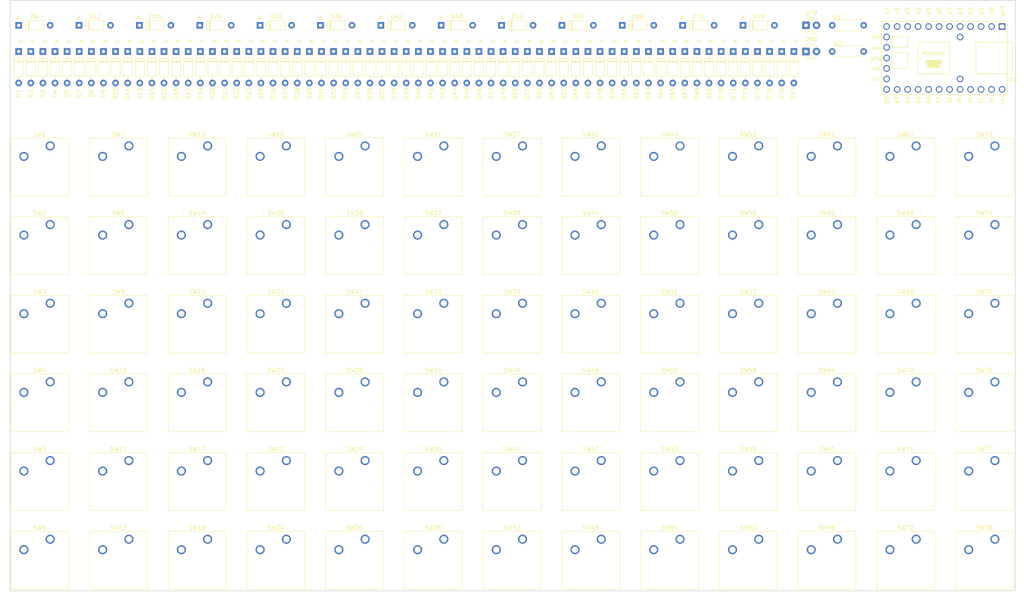
<source format=kicad_pcb>
(kicad_pcb (version 20171130) (host pcbnew 5.1.8-5.1.8)
  (layers (0 F.Cu signal) (31 B.Cu signal) (35 F.Paste user) (37 F.SilkS user) (38 B.Mask user) (39 F.Mask user) (44 Edge.Cuts user))
  (net 0 "")
  (net 1 "Net-(D1-Pad2)")
  (net 2 c0)
  (net 3 "Net-(D2-Pad2)")
  (net 4 "Net-(D3-Pad2)")
  (net 5 "Net-(D4-Pad2)")
  (net 6 "Net-(D5-Pad2)")
  (net 7 "Net-(D6-Pad2)")
  (net 8 "Net-(D7-Pad2)")
  (net 9 c1)
  (net 10 "Net-(D8-Pad2)")
  (net 11 "Net-(D9-Pad2)")
  (net 12 "Net-(D10-Pad2)")
  (net 13 "Net-(D11-Pad2)")
  (net 14 "Net-(D12-Pad2)")
  (net 15 "Net-(D13-Pad2)")
  (net 16 c2)
  (net 17 "Net-(D14-Pad2)")
  (net 18 "Net-(D15-Pad2)")
  (net 19 "Net-(D16-Pad2)")
  (net 20 "Net-(D17-Pad2)")
  (net 21 "Net-(D18-Pad2)")
  (net 22 "Net-(D19-Pad2)")
  (net 23 c3)
  (net 24 "Net-(D20-Pad2)")
  (net 25 "Net-(D21-Pad2)")
  (net 26 "Net-(D22-Pad2)")
  (net 27 "Net-(D23-Pad2)")
  (net 28 "Net-(D24-Pad2)")
  (net 29 "Net-(D25-Pad2)")
  (net 30 c4)
  (net 31 "Net-(D26-Pad2)")
  (net 32 "Net-(D27-Pad2)")
  (net 33 "Net-(D28-Pad2)")
  (net 34 "Net-(D29-Pad2)")
  (net 35 "Net-(D30-Pad2)")
  (net 36 "Net-(D31-Pad2)")
  (net 37 c5)
  (net 38 "Net-(D32-Pad2)")
  (net 39 "Net-(D33-Pad2)")
  (net 40 "Net-(D34-Pad2)")
  (net 41 "Net-(D35-Pad2)")
  (net 42 "Net-(D36-Pad2)")
  (net 43 "Net-(D37-Pad2)")
  (net 44 c6)
  (net 45 "Net-(D38-Pad2)")
  (net 46 "Net-(D39-Pad2)")
  (net 47 "Net-(D40-Pad2)")
  (net 48 "Net-(D41-Pad2)")
  (net 49 "Net-(D42-Pad2)")
  (net 50 "Net-(D43-Pad2)")
  (net 51 c7)
  (net 52 "Net-(D44-Pad2)")
  (net 53 "Net-(D45-Pad2)")
  (net 54 "Net-(D46-Pad2)")
  (net 55 "Net-(D47-Pad2)")
  (net 56 "Net-(D48-Pad2)")
  (net 57 "Net-(D49-Pad2)")
  (net 58 c8)
  (net 59 "Net-(D50-Pad2)")
  (net 60 "Net-(D51-Pad2)")
  (net 61 "Net-(D52-Pad2)")
  (net 62 "Net-(D53-Pad2)")
  (net 63 "Net-(D54-Pad2)")
  (net 64 "Net-(D55-Pad2)")
  (net 65 c9)
  (net 66 "Net-(D56-Pad2)")
  (net 67 "Net-(D57-Pad2)")
  (net 68 "Net-(D58-Pad2)")
  (net 69 "Net-(D59-Pad2)")
  (net 70 "Net-(D60-Pad2)")
  (net 71 "Net-(D61-Pad2)")
  (net 72 c10)
  (net 73 "Net-(D62-Pad2)")
  (net 74 "Net-(D63-Pad2)")
  (net 75 "Net-(D64-Pad2)")
  (net 76 "Net-(D65-Pad2)")
  (net 77 "Net-(D66-Pad2)")
  (net 78 "Net-(D67-Pad2)")
  (net 79 c11)
  (net 80 "Net-(D68-Pad2)")
  (net 81 "Net-(D69-Pad2)")
  (net 82 "Net-(D70-Pad2)")
  (net 83 "Net-(D71-Pad2)")
  (net 84 "Net-(D72-Pad2)")
  (net 85 "Net-(D73-Pad2)")
  (net 86 c12)
  (net 87 "Net-(D74-Pad2)")
  (net 88 "Net-(D75-Pad2)")
  (net 89 "Net-(D76-Pad2)")
  (net 90 "Net-(D77-Pad2)")
  (net 91 "Net-(D78-Pad2)")
  (net 92 "Net-(D79-Pad2)")
  (net 93 gnd)
  (net 94 "Net-(D80-Pad2)")
  (net 95 cpp)
  (net 96 f90)
  (net 97 r1)
  (net 98 r0)
  (net 99 r2)
  (net 100 r3)
  (net 101 r4)
  (net 102 r5)
  (module test-k:Teensy2.0 (layer F.Cu) (at 202.39 35.86 180)
    (fp_text reference U1 (at -60.96 3.81 180) (layer F.SilkS))
    (fp_text value Teensy2.0)
    (fp_text user vcc (at -58.42 -1.27 90) (layer F.SilkS))
    (fp_text user f0 (at -55.88 -1.27 90) (layer F.SilkS))
    (fp_text user f1 (at -53.34 -1.27 90) (layer F.SilkS))
    (fp_text user f4 (at -50.8 -1.27 90) (layer F.SilkS))
    (fp_text user f5 (at -48.26 -1.27 90) (layer F.SilkS))
    (fp_text user f6 (at -45.72 -1.27 90) (layer F.SilkS))
    (fp_text user f7 (at -43.18 -1.27 90) (layer F.SilkS))
    (fp_text user b6 (at -40.64 -1.27 90) (layer F.SilkS))
    (fp_text user b5 (at -38.1 -1.27 90) (layer F.SilkS))
    (fp_text user b4 (at -35.56 -1.27 90) (layer F.SilkS))
    (fp_text user d7 (at -33.02 -1.27 90) (layer F.SilkS))
    (fp_text user d6 (at -30.48 -1.27 90) (layer F.SilkS))
    (fp_text user d4 (at -27.94 3.81) (layer F.SilkS))
    (fp_text user rst (at -27.94 6.35) (layer F.SilkS))
    (fp_text user gnd (at -27.94 8.89) (layer F.SilkS))
    (fp_text user vcc (at -27.94 11.43) (layer F.SilkS))
    (fp_text user d5 (at -27.94 13.97) (layer F.SilkS))
    (fp_text user c7 (at -30.48 20.32 90) (layer F.SilkS))
    (fp_text user c6 (at -33.02 20.32 90) (layer F.SilkS))
    (fp_text user d3 (at -35.56 20.32 90) (layer F.SilkS))
    (fp_text user d2 (at -38.1 20.32 90) (layer F.SilkS))
    (fp_text user d1 (at -40.64 20.32 90) (layer F.SilkS))
    (fp_text user d0 (at -43.18 20.32 90) (layer F.SilkS))
    (fp_text user b7 (at -45.72 20.32 90) (layer F.SilkS))
    (fp_text user b3 (at -48.26 20.32 90) (layer F.SilkS))
    (fp_text user b2 (at -50.8 20.32 90) (layer F.SilkS))
    (fp_text user b1 (at -53.34 20.32 90) (layer F.SilkS))
    (fp_text user b0 (at -55.88 20.32 90) (layer F.SilkS))
    (fp_text user gnd (at -58.42 20.32 90) (layer F.SilkS))
    (fp_text user MEGA32U4 (at -41.91 10.033 180) (layer F.SilkS) (effects (font (size 0.7 0.7))))
    (pad 15 thru_hole circle (at -30.48 8.89 180) (size 1.6 1.6) (drill 1.1) (layers *.Cu *.Mask) (net 93 gnd))
    (pad 1 thru_hole rect (at -58.42 16.51 180) (size 1.6 1.6) (drill 1.1) (layers *.Cu *.Mask))
    (pad 2 thru_hole circle (at -55.88 16.51 180) (size 1.6 1.6) (drill 1.1) (layers *.Cu *.Mask))
    (pad 3 thru_hole circle (at -53.34 16.51 180) (size 1.6 1.6) (drill 1.1) (layers *.Cu *.Mask))
    (pad 4 thru_hole circle (at -50.8 16.51 180) (size 1.6 1.6) (drill 1.1) (layers *.Cu *.Mask) (net 51 c7))
    (pad 5 thru_hole circle (at -48.26 16.51 180) (size 1.6 1.6) (drill 1.1) (layers *.Cu *.Mask) (net 44 c6))
    (pad 6 thru_hole circle (at -45.72 16.51 180) (size 1.6 1.6) (drill 1.1) (layers *.Cu *.Mask) (net 37 c5))
    (pad 7 thru_hole circle (at -43.18 16.51 180) (size 1.6 1.6) (drill 1.1) (layers *.Cu *.Mask) (net 30 c4))
    (pad 8 thru_hole circle (at -40.64 16.51 180) (size 1.6 1.6) (drill 1.1) (layers *.Cu *.Mask) (net 23 c3))
    (pad 9 thru_hole circle (at -38.1 16.51 180) (size 1.6 1.6) (drill 1.1) (layers *.Cu *.Mask) (net 16 c2))
    (pad 10 thru_hole circle (at -35.56 16.51 180) (size 1.6 1.6) (drill 1.1) (layers *.Cu *.Mask) (net 9 c1))
    (pad 11 thru_hole circle (at -33.02 16.51 180) (size 1.6 1.6) (drill 1.1) (layers *.Cu *.Mask) (net 2 c0))
    (pad 12 thru_hole circle (at -30.48 16.51 180) (size 1.6 1.6) (drill 1.1) (layers *.Cu *.Mask) (net 95 cpp))
    (pad 13 thru_hole circle (at -30.48 13.97 180) (size 1.6 1.6) (drill 1.1) (layers *.Cu *.Mask) (net 96 f90))
    (pad 14 thru_hole circle (at -30.48 11.43 180) (size 1.6 1.6) (drill 1.1) (layers *.Cu *.Mask))
    (pad 16 thru_hole circle (at -30.48 6.35 180) (size 1.6 1.6) (drill 1.1) (layers *.Cu *.Mask))
    (pad 17 thru_hole circle (at -30.48 3.81 180) (size 1.6 1.6) (drill 1.1) (layers *.Cu *.Mask))
    (pad 18 thru_hole circle (at -30.48 1.27 180) (size 1.6 1.6) (drill 1.1) (layers *.Cu *.Mask) (net 58 c8))
    (pad 19 thru_hole circle (at -33.02 1.27 180) (size 1.6 1.6) (drill 1.1) (layers *.Cu *.Mask) (net 65 c9))
    (pad 20 thru_hole circle (at -35.56 1.27 180) (size 1.6 1.6) (drill 1.1) (layers *.Cu *.Mask) (net 72 c10))
    (pad 21 thru_hole circle (at -38.1 1.27 180) (size 1.6 1.6) (drill 1.1) (layers *.Cu *.Mask) (net 79 c11))
    (pad 22 thru_hole circle (at -40.64 1.27 180) (size 1.6 1.6) (drill 1.1) (layers *.Cu *.Mask) (net 86 c12))
    (pad 23 thru_hole circle (at -43.18 1.27 180) (size 1.6 1.6) (drill 1.1) (layers *.Cu *.Mask) (net 102 r5))
    (pad 24 thru_hole circle (at -45.72 1.27 180) (size 1.6 1.6) (drill 1.1) (layers *.Cu *.Mask) (net 101 r4))
    (pad 25 thru_hole circle (at -48.26 1.27 180) (size 1.6 1.6) (drill 1.1) (layers *.Cu *.Mask) (net 100 r3))
    (pad 26 thru_hole circle (at -50.8 1.27 180) (size 1.6 1.6) (drill 1.1) (layers *.Cu *.Mask) (net 99 r2))
    (pad 27 thru_hole circle (at -53.34 1.27 180) (size 1.6 1.6) (drill 1.1) (layers *.Cu *.Mask) (net 97 r1))
    (pad 28 thru_hole circle (at -55.88 1.27 180) (size 1.6 1.6) (drill 1.1) (layers *.Cu *.Mask) (net 98 r0))
    (pad 29 thru_hole circle (at -58.42 1.27 180) (size 1.6 1.6) (drill 1.1) (layers *.Cu *.Mask))
    (pad 30 thru_hole circle (at -48.26 13.97 180) (size 1.6 1.6) (drill 1.1) (layers *.Cu *.Mask))
    (pad 31 thru_hole circle (at -48.26 3.81 180) (size 1.6 1.6) (drill 1.1) (layers *.Cu *.Mask))
  )
  (module test-k:diode_v (layer F.Cu) (at 210.42 25.4 270)
    (fp_text reference D77 (at 10.16 0 90) (layer F.SilkS))
    (fp_text value D)
    (fp_text user K (at -2.54 -0.53 270) (layer F.SilkS))
    (pad 1 thru_hole rect (at 0 0 270) (size 1.6 1.6) (drill 0.8) (layers *.Cu *.Mask) (net 86 c12))
    (pad 2 thru_hole oval (at 7.62 0 270) (size 1.6 1.6) (drill 0.8) (layers *.Cu *.Mask) (net 90 "Net-(D77-Pad2)"))
  )
  (module test-k:diode_v (layer F.Cu) (at 207.489 25.4 270)
    (fp_text reference D76 (at 10.16 0 90) (layer F.SilkS))
    (fp_text value D)
    (fp_text user K (at -2.54 -0.53 270) (layer F.SilkS))
    (pad 1 thru_hole rect (at 0 0 270) (size 1.6 1.6) (drill 0.8) (layers *.Cu *.Mask) (net 86 c12))
    (pad 2 thru_hole oval (at 7.62 0 270) (size 1.6 1.6) (drill 0.8) (layers *.Cu *.Mask) (net 89 "Net-(D76-Pad2)"))
  )
  (module test-k:diode_v (layer F.Cu) (at 204.559 25.4 270)
    (fp_text reference D75 (at 10.16 0 90) (layer F.SilkS))
    (fp_text value D)
    (fp_text user K (at -2.54 -0.53 270) (layer F.SilkS))
    (pad 1 thru_hole rect (at 0 0 270) (size 1.6 1.6) (drill 0.8) (layers *.Cu *.Mask) (net 86 c12))
    (pad 2 thru_hole oval (at 7.62 0 270) (size 1.6 1.6) (drill 0.8) (layers *.Cu *.Mask) (net 88 "Net-(D75-Pad2)"))
  )
  (module test-k:diode_v (layer F.Cu) (at 201.628 25.4 270)
    (fp_text reference D74 (at 10.16 0 90) (layer F.SilkS))
    (fp_text value D)
    (fp_text user K (at -2.54 -0.53 270) (layer F.SilkS))
    (pad 1 thru_hole rect (at 0 0 270) (size 1.6 1.6) (drill 0.8) (layers *.Cu *.Mask) (net 86 c12))
    (pad 2 thru_hole oval (at 7.62 0 270) (size 1.6 1.6) (drill 0.8) (layers *.Cu *.Mask) (net 87 "Net-(D74-Pad2)"))
  )
  (module test-k:diode_v (layer F.Cu) (at 198.698 25.4 270)
    (fp_text reference D73 (at 10.16 0 90) (layer F.SilkS))
    (fp_text value D)
    (fp_text user K (at -2.54 -0.53 270) (layer F.SilkS))
    (pad 1 thru_hole rect (at 0 0 270) (size 1.6 1.6) (drill 0.8) (layers *.Cu *.Mask) (net 86 c12))
    (pad 2 thru_hole oval (at 7.62 0 270) (size 1.6 1.6) (drill 0.8) (layers *.Cu *.Mask) (net 85 "Net-(D73-Pad2)"))
  )
  (module test-k:diode_v (layer F.Cu) (at 195.767 25.4 270)
    (fp_text reference D71 (at 10.16 0 90) (layer F.SilkS))
    (fp_text value D)
    (fp_text user K (at -2.54 -0.53 270) (layer F.SilkS))
    (pad 1 thru_hole rect (at 0 0 270) (size 1.6 1.6) (drill 0.8) (layers *.Cu *.Mask) (net 79 c11))
    (pad 2 thru_hole oval (at 7.62 0 270) (size 1.6 1.6) (drill 0.8) (layers *.Cu *.Mask) (net 83 "Net-(D71-Pad2)"))
  )
  (module test-k:diode_v (layer F.Cu) (at 192.836 25.4 270)
    (fp_text reference D70 (at 10.16 0 90) (layer F.SilkS))
    (fp_text value D)
    (fp_text user K (at -2.54 -0.53 270) (layer F.SilkS))
    (pad 1 thru_hole rect (at 0 0 270) (size 1.6 1.6) (drill 0.8) (layers *.Cu *.Mask) (net 79 c11))
    (pad 2 thru_hole oval (at 7.62 0 270) (size 1.6 1.6) (drill 0.8) (layers *.Cu *.Mask) (net 82 "Net-(D70-Pad2)"))
  )
  (module test-k:diode_v (layer F.Cu) (at 189.906 25.4 270)
    (fp_text reference D69 (at 10.16 0 90) (layer F.SilkS))
    (fp_text value D)
    (fp_text user K (at -2.54 -0.53 270) (layer F.SilkS))
    (pad 1 thru_hole rect (at 0 0 270) (size 1.6 1.6) (drill 0.8) (layers *.Cu *.Mask) (net 79 c11))
    (pad 2 thru_hole oval (at 7.62 0 270) (size 1.6 1.6) (drill 0.8) (layers *.Cu *.Mask) (net 81 "Net-(D69-Pad2)"))
  )
  (module test-k:diode_v (layer F.Cu) (at 186.975 25.4 270)
    (fp_text reference D68 (at 10.16 0 90) (layer F.SilkS))
    (fp_text value D)
    (fp_text user K (at -2.54 -0.53 270) (layer F.SilkS))
    (pad 1 thru_hole rect (at 0 0 270) (size 1.6 1.6) (drill 0.8) (layers *.Cu *.Mask) (net 79 c11))
    (pad 2 thru_hole oval (at 7.62 0 270) (size 1.6 1.6) (drill 0.8) (layers *.Cu *.Mask) (net 80 "Net-(D68-Pad2)"))
  )
  (module test-k:diode_v (layer F.Cu) (at 184.044 25.4 270)
    (fp_text reference D67 (at 10.16 0 90) (layer F.SilkS))
    (fp_text value D)
    (fp_text user K (at -2.54 -0.53 270) (layer F.SilkS))
    (pad 1 thru_hole rect (at 0 0 270) (size 1.6 1.6) (drill 0.8) (layers *.Cu *.Mask) (net 79 c11))
    (pad 2 thru_hole oval (at 7.62 0 270) (size 1.6 1.6) (drill 0.8) (layers *.Cu *.Mask) (net 78 "Net-(D67-Pad2)"))
  )
  (module test-k:diode_v (layer F.Cu) (at 181.114 25.4 270)
    (fp_text reference D65 (at 10.16 0 90) (layer F.SilkS))
    (fp_text value D)
    (fp_text user K (at -2.54 -0.53 270) (layer F.SilkS))
    (pad 1 thru_hole rect (at 0 0 270) (size 1.6 1.6) (drill 0.8) (layers *.Cu *.Mask) (net 72 c10))
    (pad 2 thru_hole oval (at 7.62 0 270) (size 1.6 1.6) (drill 0.8) (layers *.Cu *.Mask) (net 76 "Net-(D65-Pad2)"))
  )
  (module test-k:diode_v (layer F.Cu) (at 178.183 25.4 270)
    (fp_text reference D64 (at 10.16 0 90) (layer F.SilkS))
    (fp_text value D)
    (fp_text user K (at -2.54 -0.53 270) (layer F.SilkS))
    (pad 1 thru_hole rect (at 0 0 270) (size 1.6 1.6) (drill 0.8) (layers *.Cu *.Mask) (net 72 c10))
    (pad 2 thru_hole oval (at 7.62 0 270) (size 1.6 1.6) (drill 0.8) (layers *.Cu *.Mask) (net 75 "Net-(D64-Pad2)"))
  )
  (module test-k:diode_v (layer F.Cu) (at 175.252 25.4 270)
    (fp_text reference D63 (at 10.16 0 90) (layer F.SilkS))
    (fp_text value D)
    (fp_text user K (at -2.54 -0.53 270) (layer F.SilkS))
    (pad 1 thru_hole rect (at 0 0 270) (size 1.6 1.6) (drill 0.8) (layers *.Cu *.Mask) (net 72 c10))
    (pad 2 thru_hole oval (at 7.62 0 270) (size 1.6 1.6) (drill 0.8) (layers *.Cu *.Mask) (net 74 "Net-(D63-Pad2)"))
  )
  (module test-k:diode_v (layer F.Cu) (at 172.322 25.4 270)
    (fp_text reference D62 (at 10.16 0 90) (layer F.SilkS))
    (fp_text value D)
    (fp_text user K (at -2.54 -0.53 270) (layer F.SilkS))
    (pad 1 thru_hole rect (at 0 0 270) (size 1.6 1.6) (drill 0.8) (layers *.Cu *.Mask) (net 72 c10))
    (pad 2 thru_hole oval (at 7.62 0 270) (size 1.6 1.6) (drill 0.8) (layers *.Cu *.Mask) (net 73 "Net-(D62-Pad2)"))
  )
  (module test-k:diode_v (layer F.Cu) (at 169.391 25.4 270)
    (fp_text reference D61 (at 10.16 0 90) (layer F.SilkS))
    (fp_text value D)
    (fp_text user K (at -2.54 -0.53 270) (layer F.SilkS))
    (pad 1 thru_hole rect (at 0 0 270) (size 1.6 1.6) (drill 0.8) (layers *.Cu *.Mask) (net 72 c10))
    (pad 2 thru_hole oval (at 7.62 0 270) (size 1.6 1.6) (drill 0.8) (layers *.Cu *.Mask) (net 71 "Net-(D61-Pad2)"))
  )
  (module test-k:diode_v (layer F.Cu) (at 166.461 25.4 270)
    (fp_text reference D59 (at 10.16 0 90) (layer F.SilkS))
    (fp_text value D)
    (fp_text user K (at -2.54 -0.53 270) (layer F.SilkS))
    (pad 1 thru_hole rect (at 0 0 270) (size 1.6 1.6) (drill 0.8) (layers *.Cu *.Mask) (net 65 c9))
    (pad 2 thru_hole oval (at 7.62 0 270) (size 1.6 1.6) (drill 0.8) (layers *.Cu *.Mask) (net 69 "Net-(D59-Pad2)"))
  )
  (module test-k:diode_v (layer F.Cu) (at 163.53 25.4 270)
    (fp_text reference D58 (at 10.16 0 90) (layer F.SilkS))
    (fp_text value D)
    (fp_text user K (at -2.54 -0.53 270) (layer F.SilkS))
    (pad 1 thru_hole rect (at 0 0 270) (size 1.6 1.6) (drill 0.8) (layers *.Cu *.Mask) (net 65 c9))
    (pad 2 thru_hole oval (at 7.62 0 270) (size 1.6 1.6) (drill 0.8) (layers *.Cu *.Mask) (net 68 "Net-(D58-Pad2)"))
  )
  (module test-k:diode_v (layer F.Cu) (at 160.599 25.4 270)
    (fp_text reference D57 (at 10.16 0 90) (layer F.SilkS))
    (fp_text value D)
    (fp_text user K (at -2.54 -0.53 270) (layer F.SilkS))
    (pad 1 thru_hole rect (at 0 0 270) (size 1.6 1.6) (drill 0.8) (layers *.Cu *.Mask) (net 65 c9))
    (pad 2 thru_hole oval (at 7.62 0 270) (size 1.6 1.6) (drill 0.8) (layers *.Cu *.Mask) (net 67 "Net-(D57-Pad2)"))
  )
  (module test-k:diode_v (layer F.Cu) (at 157.669 25.4 270)
    (fp_text reference D56 (at 10.16 0 90) (layer F.SilkS))
    (fp_text value D)
    (fp_text user K (at -2.54 -0.53 270) (layer F.SilkS))
    (pad 1 thru_hole rect (at 0 0 270) (size 1.6 1.6) (drill 0.8) (layers *.Cu *.Mask) (net 65 c9))
    (pad 2 thru_hole oval (at 7.62 0 270) (size 1.6 1.6) (drill 0.8) (layers *.Cu *.Mask) (net 66 "Net-(D56-Pad2)"))
  )
  (module test-k:diode_v (layer F.Cu) (at 154.738 25.4 270)
    (fp_text reference D55 (at 10.16 0 90) (layer F.SilkS))
    (fp_text value D)
    (fp_text user K (at -2.54 -0.53 270) (layer F.SilkS))
    (pad 1 thru_hole rect (at 0 0 270) (size 1.6 1.6) (drill 0.8) (layers *.Cu *.Mask) (net 65 c9))
    (pad 2 thru_hole oval (at 7.62 0 270) (size 1.6 1.6) (drill 0.8) (layers *.Cu *.Mask) (net 64 "Net-(D55-Pad2)"))
  )
  (module test-k:diode_v (layer F.Cu) (at 151.808 25.4 270)
    (fp_text reference D53 (at 10.16 0 90) (layer F.SilkS))
    (fp_text value D)
    (fp_text user K (at -2.54 -0.53 270) (layer F.SilkS))
    (pad 1 thru_hole rect (at 0 0 270) (size 1.6 1.6) (drill 0.8) (layers *.Cu *.Mask) (net 58 c8))
    (pad 2 thru_hole oval (at 7.62 0 270) (size 1.6 1.6) (drill 0.8) (layers *.Cu *.Mask) (net 62 "Net-(D53-Pad2)"))
  )
  (module test-k:diode_v (layer F.Cu) (at 148.877 25.4 270)
    (fp_text reference D52 (at 10.16 0 90) (layer F.SilkS))
    (fp_text value D)
    (fp_text user K (at -2.54 -0.53 270) (layer F.SilkS))
    (pad 1 thru_hole rect (at 0 0 270) (size 1.6 1.6) (drill 0.8) (layers *.Cu *.Mask) (net 58 c8))
    (pad 2 thru_hole oval (at 7.62 0 270) (size 1.6 1.6) (drill 0.8) (layers *.Cu *.Mask) (net 61 "Net-(D52-Pad2)"))
  )
  (module test-k:diode_v (layer F.Cu) (at 145.946 25.4 270)
    (fp_text reference D51 (at 10.16 0 90) (layer F.SilkS))
    (fp_text value D)
    (fp_text user K (at -2.54 -0.53 270) (layer F.SilkS))
    (pad 1 thru_hole rect (at 0 0 270) (size 1.6 1.6) (drill 0.8) (layers *.Cu *.Mask) (net 58 c8))
    (pad 2 thru_hole oval (at 7.62 0 270) (size 1.6 1.6) (drill 0.8) (layers *.Cu *.Mask) (net 60 "Net-(D51-Pad2)"))
  )
  (module test-k:diode_v (layer F.Cu) (at 143.016 25.4 270)
    (fp_text reference D50 (at 10.16 0 90) (layer F.SilkS))
    (fp_text value D)
    (fp_text user K (at -2.54 -0.53 270) (layer F.SilkS))
    (pad 1 thru_hole rect (at 0 0 270) (size 1.6 1.6) (drill 0.8) (layers *.Cu *.Mask) (net 58 c8))
    (pad 2 thru_hole oval (at 7.62 0 270) (size 1.6 1.6) (drill 0.8) (layers *.Cu *.Mask) (net 59 "Net-(D50-Pad2)"))
  )
  (module test-k:diode_v (layer F.Cu) (at 140.085 25.4 270)
    (fp_text reference D49 (at 10.16 0 90) (layer F.SilkS))
    (fp_text value D)
    (fp_text user K (at -2.54 -0.53 270) (layer F.SilkS))
    (pad 1 thru_hole rect (at 0 0 270) (size 1.6 1.6) (drill 0.8) (layers *.Cu *.Mask) (net 58 c8))
    (pad 2 thru_hole oval (at 7.62 0 270) (size 1.6 1.6) (drill 0.8) (layers *.Cu *.Mask) (net 57 "Net-(D49-Pad2)"))
  )
  (module test-k:diode_v (layer F.Cu) (at 137.154 25.4 270)
    (fp_text reference D47 (at 10.16 0 90) (layer F.SilkS))
    (fp_text value D)
    (fp_text user K (at -2.54 -0.53 270) (layer F.SilkS))
    (pad 1 thru_hole rect (at 0 0 270) (size 1.6 1.6) (drill 0.8) (layers *.Cu *.Mask) (net 51 c7))
    (pad 2 thru_hole oval (at 7.62 0 270) (size 1.6 1.6) (drill 0.8) (layers *.Cu *.Mask) (net 55 "Net-(D47-Pad2)"))
  )
  (module test-k:diode_v (layer F.Cu) (at 134.224 25.4 270)
    (fp_text reference D46 (at 10.16 0 90) (layer F.SilkS))
    (fp_text value D)
    (fp_text user K (at -2.54 -0.53 270) (layer F.SilkS))
    (pad 1 thru_hole rect (at 0 0 270) (size 1.6 1.6) (drill 0.8) (layers *.Cu *.Mask) (net 51 c7))
    (pad 2 thru_hole oval (at 7.62 0 270) (size 1.6 1.6) (drill 0.8) (layers *.Cu *.Mask) (net 54 "Net-(D46-Pad2)"))
  )
  (module test-k:diode_v (layer F.Cu) (at 131.293 25.4 270)
    (fp_text reference D45 (at 10.16 0 90) (layer F.SilkS))
    (fp_text value D)
    (fp_text user K (at -2.54 -0.53 270) (layer F.SilkS))
    (pad 1 thru_hole rect (at 0 0 270) (size 1.6 1.6) (drill 0.8) (layers *.Cu *.Mask) (net 51 c7))
    (pad 2 thru_hole oval (at 7.62 0 270) (size 1.6 1.6) (drill 0.8) (layers *.Cu *.Mask) (net 53 "Net-(D45-Pad2)"))
  )
  (module test-k:diode_v (layer F.Cu) (at 128.362 25.4 270)
    (fp_text reference D44 (at 10.16 0 90) (layer F.SilkS))
    (fp_text value D)
    (fp_text user K (at -2.54 -0.53 270) (layer F.SilkS))
    (pad 1 thru_hole rect (at 0 0 270) (size 1.6 1.6) (drill 0.8) (layers *.Cu *.Mask) (net 51 c7))
    (pad 2 thru_hole oval (at 7.62 0 270) (size 1.6 1.6) (drill 0.8) (layers *.Cu *.Mask) (net 52 "Net-(D44-Pad2)"))
  )
  (module test-k:diode_v (layer F.Cu) (at 125.432 25.4 270)
    (fp_text reference D43 (at 10.16 0 90) (layer F.SilkS))
    (fp_text value D)
    (fp_text user K (at -2.54 -0.53 270) (layer F.SilkS))
    (pad 1 thru_hole rect (at 0 0 270) (size 1.6 1.6) (drill 0.8) (layers *.Cu *.Mask) (net 51 c7))
    (pad 2 thru_hole oval (at 7.62 0 270) (size 1.6 1.6) (drill 0.8) (layers *.Cu *.Mask) (net 50 "Net-(D43-Pad2)"))
  )
  (module test-k:diode_v (layer F.Cu) (at 122.501 25.4 270)
    (fp_text reference D41 (at 10.16 0 90) (layer F.SilkS))
    (fp_text value D)
    (fp_text user K (at -2.54 -0.53 270) (layer F.SilkS))
    (pad 1 thru_hole rect (at 0 0 270) (size 1.6 1.6) (drill 0.8) (layers *.Cu *.Mask) (net 44 c6))
    (pad 2 thru_hole oval (at 7.62 0 270) (size 1.6 1.6) (drill 0.8) (layers *.Cu *.Mask) (net 48 "Net-(D41-Pad2)"))
  )
  (module test-k:diode_v (layer F.Cu) (at 119.571 25.4 270)
    (fp_text reference D40 (at 10.16 0 90) (layer F.SilkS))
    (fp_text value D)
    (fp_text user K (at -2.54 -0.53 270) (layer F.SilkS))
    (pad 1 thru_hole rect (at 0 0 270) (size 1.6 1.6) (drill 0.8) (layers *.Cu *.Mask) (net 44 c6))
    (pad 2 thru_hole oval (at 7.62 0 270) (size 1.6 1.6) (drill 0.8) (layers *.Cu *.Mask) (net 47 "Net-(D40-Pad2)"))
  )
  (module test-k:diode_v (layer F.Cu) (at 116.64 25.4 270)
    (fp_text reference D39 (at 10.16 0 90) (layer F.SilkS))
    (fp_text value D)
    (fp_text user K (at -2.54 -0.53 270) (layer F.SilkS))
    (pad 1 thru_hole rect (at 0 0 270) (size 1.6 1.6) (drill 0.8) (layers *.Cu *.Mask) (net 44 c6))
    (pad 2 thru_hole oval (at 7.62 0 270) (size 1.6 1.6) (drill 0.8) (layers *.Cu *.Mask) (net 46 "Net-(D39-Pad2)"))
  )
  (module test-k:diode_v (layer F.Cu) (at 113.709 25.4 270)
    (fp_text reference D38 (at 10.16 0 90) (layer F.SilkS))
    (fp_text value D)
    (fp_text user K (at -2.54 -0.53 270) (layer F.SilkS))
    (pad 1 thru_hole rect (at 0 0 270) (size 1.6 1.6) (drill 0.8) (layers *.Cu *.Mask) (net 44 c6))
    (pad 2 thru_hole oval (at 7.62 0 270) (size 1.6 1.6) (drill 0.8) (layers *.Cu *.Mask) (net 45 "Net-(D38-Pad2)"))
  )
  (module test-k:diode_v (layer F.Cu) (at 110.779 25.4 270)
    (fp_text reference D37 (at 10.16 0 90) (layer F.SilkS))
    (fp_text value D)
    (fp_text user K (at -2.54 -0.53 270) (layer F.SilkS))
    (pad 1 thru_hole rect (at 0 0 270) (size 1.6 1.6) (drill 0.8) (layers *.Cu *.Mask) (net 44 c6))
    (pad 2 thru_hole oval (at 7.62 0 270) (size 1.6 1.6) (drill 0.8) (layers *.Cu *.Mask) (net 43 "Net-(D37-Pad2)"))
  )
  (module test-k:diode_v (layer F.Cu) (at 107.848 25.4 270)
    (fp_text reference D35 (at 10.16 0 90) (layer F.SilkS))
    (fp_text value D)
    (fp_text user K (at -2.54 -0.53 270) (layer F.SilkS))
    (pad 1 thru_hole rect (at 0 0 270) (size 1.6 1.6) (drill 0.8) (layers *.Cu *.Mask) (net 37 c5))
    (pad 2 thru_hole oval (at 7.62 0 270) (size 1.6 1.6) (drill 0.8) (layers *.Cu *.Mask) (net 41 "Net-(D35-Pad2)"))
  )
  (module test-k:diode_v (layer F.Cu) (at 104.918 25.4 270)
    (fp_text reference D34 (at 10.16 0 90) (layer F.SilkS))
    (fp_text value D)
    (fp_text user K (at -2.54 -0.53 270) (layer F.SilkS))
    (pad 1 thru_hole rect (at 0 0 270) (size 1.6 1.6) (drill 0.8) (layers *.Cu *.Mask) (net 37 c5))
    (pad 2 thru_hole oval (at 7.62 0 270) (size 1.6 1.6) (drill 0.8) (layers *.Cu *.Mask) (net 40 "Net-(D34-Pad2)"))
  )
  (module test-k:diode_v (layer F.Cu) (at 101.987 25.4 270)
    (fp_text reference D33 (at 10.16 0 90) (layer F.SilkS))
    (fp_text value D)
    (fp_text user K (at -2.54 -0.53 270) (layer F.SilkS))
    (pad 1 thru_hole rect (at 0 0 270) (size 1.6 1.6) (drill 0.8) (layers *.Cu *.Mask) (net 37 c5))
    (pad 2 thru_hole oval (at 7.62 0 270) (size 1.6 1.6) (drill 0.8) (layers *.Cu *.Mask) (net 39 "Net-(D33-Pad2)"))
  )
  (module test-k:diode_v (layer F.Cu) (at 99.0562 25.4 270)
    (fp_text reference D32 (at 10.16 0 90) (layer F.SilkS))
    (fp_text value D)
    (fp_text user K (at -2.54 -0.53 270) (layer F.SilkS))
    (pad 1 thru_hole rect (at 0 0 270) (size 1.6 1.6) (drill 0.8) (layers *.Cu *.Mask) (net 37 c5))
    (pad 2 thru_hole oval (at 7.62 0 270) (size 1.6 1.6) (drill 0.8) (layers *.Cu *.Mask) (net 38 "Net-(D32-Pad2)"))
  )
  (module test-k:diode_v (layer F.Cu) (at 96.1256 25.4 270)
    (fp_text reference D31 (at 10.16 0 90) (layer F.SilkS))
    (fp_text value D)
    (fp_text user K (at -2.54 -0.53 270) (layer F.SilkS))
    (pad 1 thru_hole rect (at 0 0 270) (size 1.6 1.6) (drill 0.8) (layers *.Cu *.Mask) (net 37 c5))
    (pad 2 thru_hole oval (at 7.62 0 270) (size 1.6 1.6) (drill 0.8) (layers *.Cu *.Mask) (net 36 "Net-(D31-Pad2)"))
  )
  (module test-k:diode_v (layer F.Cu) (at 93.195 25.4 270)
    (fp_text reference D29 (at 10.16 0 90) (layer F.SilkS))
    (fp_text value D)
    (fp_text user K (at -2.54 -0.53 270) (layer F.SilkS))
    (pad 1 thru_hole rect (at 0 0 270) (size 1.6 1.6) (drill 0.8) (layers *.Cu *.Mask) (net 30 c4))
    (pad 2 thru_hole oval (at 7.62 0 270) (size 1.6 1.6) (drill 0.8) (layers *.Cu *.Mask) (net 34 "Net-(D29-Pad2)"))
  )
  (module test-k:diode_v (layer F.Cu) (at 90.2644 25.4 270)
    (fp_text reference D28 (at 10.16 0 90) (layer F.SilkS))
    (fp_text value D)
    (fp_text user K (at -2.54 -0.53 270) (layer F.SilkS))
    (pad 1 thru_hole rect (at 0 0 270) (size 1.6 1.6) (drill 0.8) (layers *.Cu *.Mask) (net 30 c4))
    (pad 2 thru_hole oval (at 7.62 0 270) (size 1.6 1.6) (drill 0.8) (layers *.Cu *.Mask) (net 33 "Net-(D28-Pad2)"))
  )
  (module test-k:diode_v (layer F.Cu) (at 87.3338 25.4 270)
    (fp_text reference D27 (at 10.16 0 90) (layer F.SilkS))
    (fp_text value D)
    (fp_text user K (at -2.54 -0.53 270) (layer F.SilkS))
    (pad 1 thru_hole rect (at 0 0 270) (size 1.6 1.6) (drill 0.8) (layers *.Cu *.Mask) (net 30 c4))
    (pad 2 thru_hole oval (at 7.62 0 270) (size 1.6 1.6) (drill 0.8) (layers *.Cu *.Mask) (net 32 "Net-(D27-Pad2)"))
  )
  (module test-k:diode_v (layer F.Cu) (at 84.4031 25.4 270)
    (fp_text reference D26 (at 10.16 0 90) (layer F.SilkS))
    (fp_text value D)
    (fp_text user K (at -2.54 -0.53 270) (layer F.SilkS))
    (pad 1 thru_hole rect (at 0 0 270) (size 1.6 1.6) (drill 0.8) (layers *.Cu *.Mask) (net 30 c4))
    (pad 2 thru_hole oval (at 7.62 0 270) (size 1.6 1.6) (drill 0.8) (layers *.Cu *.Mask) (net 31 "Net-(D26-Pad2)"))
  )
  (module test-k:diode_v (layer F.Cu) (at 81.4725 25.4 270)
    (fp_text reference D25 (at 10.16 0 90) (layer F.SilkS))
    (fp_text value D)
    (fp_text user K (at -2.54 -0.53 270) (layer F.SilkS))
    (pad 1 thru_hole rect (at 0 0 270) (size 1.6 1.6) (drill 0.8) (layers *.Cu *.Mask) (net 30 c4))
    (pad 2 thru_hole oval (at 7.62 0 270) (size 1.6 1.6) (drill 0.8) (layers *.Cu *.Mask) (net 29 "Net-(D25-Pad2)"))
  )
  (module test-k:diode_v (layer F.Cu) (at 78.5419 25.4 270)
    (fp_text reference D23 (at 10.16 0 90) (layer F.SilkS))
    (fp_text value D)
    (fp_text user K (at -2.54 -0.53 270) (layer F.SilkS))
    (pad 1 thru_hole rect (at 0 0 270) (size 1.6 1.6) (drill 0.8) (layers *.Cu *.Mask) (net 23 c3))
    (pad 2 thru_hole oval (at 7.62 0 270) (size 1.6 1.6) (drill 0.8) (layers *.Cu *.Mask) (net 27 "Net-(D23-Pad2)"))
  )
  (module test-k:diode_v (layer F.Cu) (at 75.6112 25.4 270)
    (fp_text reference D22 (at 10.16 0 90) (layer F.SilkS))
    (fp_text value D)
    (fp_text user K (at -2.54 -0.53 270) (layer F.SilkS))
    (pad 1 thru_hole rect (at 0 0 270) (size 1.6 1.6) (drill 0.8) (layers *.Cu *.Mask) (net 23 c3))
    (pad 2 thru_hole oval (at 7.62 0 270) (size 1.6 1.6) (drill 0.8) (layers *.Cu *.Mask) (net 26 "Net-(D22-Pad2)"))
  )
  (module test-k:diode_v (layer F.Cu) (at 72.6806 25.4 270)
    (fp_text reference D21 (at 10.16 0 90) (layer F.SilkS))
    (fp_text value D)
    (fp_text user K (at -2.54 -0.53 270) (layer F.SilkS))
    (pad 1 thru_hole rect (at 0 0 270) (size 1.6 1.6) (drill 0.8) (layers *.Cu *.Mask) (net 23 c3))
    (pad 2 thru_hole oval (at 7.62 0 270) (size 1.6 1.6) (drill 0.8) (layers *.Cu *.Mask) (net 25 "Net-(D21-Pad2)"))
  )
  (module test-k:diode_v (layer F.Cu) (at 69.75 25.4 270)
    (fp_text reference D20 (at 10.16 0 90) (layer F.SilkS))
    (fp_text value D)
    (fp_text user K (at -2.54 -0.53 270) (layer F.SilkS))
    (pad 1 thru_hole rect (at 0 0 270) (size 1.6 1.6) (drill 0.8) (layers *.Cu *.Mask) (net 23 c3))
    (pad 2 thru_hole oval (at 7.62 0 270) (size 1.6 1.6) (drill 0.8) (layers *.Cu *.Mask) (net 24 "Net-(D20-Pad2)"))
  )
  (module test-k:diode_v (layer F.Cu) (at 66.8194 25.4 270)
    (fp_text reference D19 (at 10.16 0 90) (layer F.SilkS))
    (fp_text value D)
    (fp_text user K (at -2.54 -0.53 270) (layer F.SilkS))
    (pad 1 thru_hole rect (at 0 0 270) (size 1.6 1.6) (drill 0.8) (layers *.Cu *.Mask) (net 23 c3))
    (pad 2 thru_hole oval (at 7.62 0 270) (size 1.6 1.6) (drill 0.8) (layers *.Cu *.Mask) (net 22 "Net-(D19-Pad2)"))
  )
  (module test-k:diode_v (layer F.Cu) (at 63.8888 25.4 270)
    (fp_text reference D17 (at 10.16 0 90) (layer F.SilkS))
    (fp_text value D)
    (fp_text user K (at -2.54 -0.53 270) (layer F.SilkS))
    (pad 1 thru_hole rect (at 0 0 270) (size 1.6 1.6) (drill 0.8) (layers *.Cu *.Mask) (net 16 c2))
    (pad 2 thru_hole oval (at 7.62 0 270) (size 1.6 1.6) (drill 0.8) (layers *.Cu *.Mask) (net 20 "Net-(D17-Pad2)"))
  )
  (module test-k:diode_v (layer F.Cu) (at 60.9581 25.4 270)
    (fp_text reference D16 (at 10.16 0 90) (layer F.SilkS))
    (fp_text value D)
    (fp_text user K (at -2.54 -0.53 270) (layer F.SilkS))
    (pad 1 thru_hole rect (at 0 0 270) (size 1.6 1.6) (drill 0.8) (layers *.Cu *.Mask) (net 16 c2))
    (pad 2 thru_hole oval (at 7.62 0 270) (size 1.6 1.6) (drill 0.8) (layers *.Cu *.Mask) (net 19 "Net-(D16-Pad2)"))
  )
  (module test-k:diode_v (layer F.Cu) (at 58.0275 25.4 270)
    (fp_text reference D15 (at 10.16 0 90) (layer F.SilkS))
    (fp_text value D)
    (fp_text user K (at -2.54 -0.53 270) (layer F.SilkS))
    (pad 1 thru_hole rect (at 0 0 270) (size 1.6 1.6) (drill 0.8) (layers *.Cu *.Mask) (net 16 c2))
    (pad 2 thru_hole oval (at 7.62 0 270) (size 1.6 1.6) (drill 0.8) (layers *.Cu *.Mask) (net 18 "Net-(D15-Pad2)"))
  )
  (module test-k:diode_v (layer F.Cu) (at 55.0969 25.4 270)
    (fp_text reference D14 (at 10.16 0 90) (layer F.SilkS))
    (fp_text value D)
    (fp_text user K (at -2.54 -0.53 270) (layer F.SilkS))
    (pad 1 thru_hole rect (at 0 0 270) (size 1.6 1.6) (drill 0.8) (layers *.Cu *.Mask) (net 16 c2))
    (pad 2 thru_hole oval (at 7.62 0 270) (size 1.6 1.6) (drill 0.8) (layers *.Cu *.Mask) (net 17 "Net-(D14-Pad2)"))
  )
  (module test-k:diode_v (layer F.Cu) (at 52.1662 25.4 270)
    (fp_text reference D13 (at 10.16 0 90) (layer F.SilkS))
    (fp_text value D)
    (fp_text user K (at -2.54 -0.53 270) (layer F.SilkS))
    (pad 1 thru_hole rect (at 0 0 270) (size 1.6 1.6) (drill 0.8) (layers *.Cu *.Mask) (net 16 c2))
    (pad 2 thru_hole oval (at 7.62 0 270) (size 1.6 1.6) (drill 0.8) (layers *.Cu *.Mask) (net 15 "Net-(D13-Pad2)"))
  )
  (module Diode_THT:D_DO-35_SOD27_P7.62mm_Horizontal (layer F.Cu) (at 198.12 19.05)
    (fp_text reference D78 (at 3.81 -2.12) (layer F.SilkS))
    (fp_text value D)
    (fp_text user K (at 0 -1.8) (layer F.SilkS))
    (pad 2 thru_hole oval (at 7.62 0) (size 1.6 1.6) (drill 0.8) (layers *.Cu *.Mask) (net 91 "Net-(D78-Pad2)"))
    (pad 1 thru_hole rect (at 0 0) (size 1.6 1.6) (drill 0.8) (layers *.Cu *.Mask) (net 86 c12))
  )
  (module Diode_THT:D_DO-35_SOD27_P7.62mm_Horizontal (layer F.Cu) (at 183.515 19.05)
    (fp_text reference D72 (at 3.81 -2.12) (layer F.SilkS))
    (fp_text value D)
    (fp_text user K (at 0 -1.8) (layer F.SilkS))
    (pad 2 thru_hole oval (at 7.62 0) (size 1.6 1.6) (drill 0.8) (layers *.Cu *.Mask) (net 84 "Net-(D72-Pad2)"))
    (pad 1 thru_hole rect (at 0 0) (size 1.6 1.6) (drill 0.8) (layers *.Cu *.Mask) (net 79 c11))
  )
  (module Diode_THT:D_DO-35_SOD27_P7.62mm_Horizontal (layer F.Cu) (at 168.91 19.05)
    (fp_text reference D66 (at 3.81 -2.12) (layer F.SilkS))
    (fp_text value D)
    (fp_text user K (at 0 -1.8) (layer F.SilkS))
    (pad 2 thru_hole oval (at 7.62 0) (size 1.6 1.6) (drill 0.8) (layers *.Cu *.Mask) (net 77 "Net-(D66-Pad2)"))
    (pad 1 thru_hole rect (at 0 0) (size 1.6 1.6) (drill 0.8) (layers *.Cu *.Mask) (net 72 c10))
  )
  (module Diode_THT:D_DO-35_SOD27_P7.62mm_Horizontal (layer F.Cu) (at 154.305 19.05)
    (fp_text reference D60 (at 3.81 -2.12) (layer F.SilkS))
    (fp_text value D)
    (fp_text user K (at 0 -1.8) (layer F.SilkS))
    (pad 2 thru_hole oval (at 7.62 0) (size 1.6 1.6) (drill 0.8) (layers *.Cu *.Mask) (net 70 "Net-(D60-Pad2)"))
    (pad 1 thru_hole rect (at 0 0) (size 1.6 1.6) (drill 0.8) (layers *.Cu *.Mask) (net 65 c9))
  )
  (module Diode_THT:D_DO-35_SOD27_P7.62mm_Horizontal (layer F.Cu) (at 139.7 19.05)
    (fp_text reference D54 (at 3.81 -2.12) (layer F.SilkS))
    (fp_text value D)
    (fp_text user K (at 0 -1.8) (layer F.SilkS))
    (pad 2 thru_hole oval (at 7.62 0) (size 1.6 1.6) (drill 0.8) (layers *.Cu *.Mask) (net 63 "Net-(D54-Pad2)"))
    (pad 1 thru_hole rect (at 0 0) (size 1.6 1.6) (drill 0.8) (layers *.Cu *.Mask) (net 58 c8))
  )
  (module Diode_THT:D_DO-35_SOD27_P7.62mm_Horizontal (layer F.Cu) (at 125.095 19.05)
    (fp_text reference D48 (at 3.81 -2.12) (layer F.SilkS))
    (fp_text value D)
    (fp_text user K (at 0 -1.8) (layer F.SilkS))
    (pad 2 thru_hole oval (at 7.62 0) (size 1.6 1.6) (drill 0.8) (layers *.Cu *.Mask) (net 56 "Net-(D48-Pad2)"))
    (pad 1 thru_hole rect (at 0 0) (size 1.6 1.6) (drill 0.8) (layers *.Cu *.Mask) (net 51 c7))
  )
  (module Diode_THT:D_DO-35_SOD27_P7.62mm_Horizontal (layer F.Cu) (at 110.49 19.05)
    (fp_text reference D42 (at 3.81 -2.12) (layer F.SilkS))
    (fp_text value D)
    (fp_text user K (at 0 -1.8) (layer F.SilkS))
    (pad 2 thru_hole oval (at 7.62 0) (size 1.6 1.6) (drill 0.8) (layers *.Cu *.Mask) (net 49 "Net-(D42-Pad2)"))
    (pad 1 thru_hole rect (at 0 0) (size 1.6 1.6) (drill 0.8) (layers *.Cu *.Mask) (net 44 c6))
  )
  (module Diode_THT:D_DO-35_SOD27_P7.62mm_Horizontal (layer F.Cu) (at 95.885 19.05)
    (fp_text reference D36 (at 3.81 -2.12) (layer F.SilkS))
    (fp_text value D)
    (fp_text user K (at 0 -1.8) (layer F.SilkS))
    (pad 2 thru_hole oval (at 7.62 0) (size 1.6 1.6) (drill 0.8) (layers *.Cu *.Mask) (net 42 "Net-(D36-Pad2)"))
    (pad 1 thru_hole rect (at 0 0) (size 1.6 1.6) (drill 0.8) (layers *.Cu *.Mask) (net 37 c5))
  )
  (module Diode_THT:D_DO-35_SOD27_P7.62mm_Horizontal (layer F.Cu) (at 81.28 19.05)
    (fp_text reference D30 (at 3.81 -2.12) (layer F.SilkS))
    (fp_text value D)
    (fp_text user K (at 0 -1.8) (layer F.SilkS))
    (pad 2 thru_hole oval (at 7.62 0) (size 1.6 1.6) (drill 0.8) (layers *.Cu *.Mask) (net 35 "Net-(D30-Pad2)"))
    (pad 1 thru_hole rect (at 0 0) (size 1.6 1.6) (drill 0.8) (layers *.Cu *.Mask) (net 30 c4))
  )
  (module Diode_THT:D_DO-35_SOD27_P7.62mm_Horizontal (layer F.Cu) (at 66.675 19.05)
    (fp_text reference D24 (at 3.81 -2.12) (layer F.SilkS))
    (fp_text value D)
    (fp_text user K (at 0 -1.8) (layer F.SilkS))
    (pad 2 thru_hole oval (at 7.62 0) (size 1.6 1.6) (drill 0.8) (layers *.Cu *.Mask) (net 28 "Net-(D24-Pad2)"))
    (pad 1 thru_hole rect (at 0 0) (size 1.6 1.6) (drill 0.8) (layers *.Cu *.Mask) (net 23 c3))
  )
  (module Diode_THT:D_DO-35_SOD27_P7.62mm_Horizontal (layer F.Cu) (at 52.07 19.05)
    (fp_text reference D18 (at 3.81 -2.12) (layer F.SilkS))
    (fp_text value D)
    (fp_text user K (at 0 -1.8) (layer F.SilkS))
    (pad 2 thru_hole oval (at 7.62 0) (size 1.6 1.6) (drill 0.8) (layers *.Cu *.Mask) (net 21 "Net-(D18-Pad2)"))
    (pad 1 thru_hole rect (at 0 0) (size 1.6 1.6) (drill 0.8) (layers *.Cu *.Mask) (net 16 c2))
  )
  (module Diode_THT:D_DO-35_SOD27_P7.62mm_Horizontal (layer F.Cu) (at 37.465 19.05)
    (fp_text reference D12 (at 3.81 -2.12) (layer F.SilkS))
    (fp_text value D)
    (fp_text user K (at 0 -1.8) (layer F.SilkS))
    (pad 2 thru_hole oval (at 7.62 0) (size 1.6 1.6) (drill 0.8) (layers *.Cu *.Mask) (net 14 "Net-(D12-Pad2)"))
    (pad 1 thru_hole rect (at 0 0) (size 1.6 1.6) (drill 0.8) (layers *.Cu *.Mask) (net 9 c1))
  )
  (module Diode_THT:D_DO-35_SOD27_P7.62mm_Horizontal (layer F.Cu) (at 22.86 19.05)
    (fp_text reference D6 (at 3.81 -2.12) (layer F.SilkS))
    (fp_text value D)
    (fp_text user K (at 0 -1.8) (layer F.SilkS))
    (pad 2 thru_hole oval (at 7.62 0) (size 1.6 1.6) (drill 0.8) (layers *.Cu *.Mask) (net 7 "Net-(D6-Pad2)"))
    (pad 1 thru_hole rect (at 0 0) (size 1.6 1.6) (drill 0.8) (layers *.Cu *.Mask) (net 2 c0))
  )
  (module test-k:diode_v (layer F.Cu) (at 22.86 25.4 270)
    (fp_text reference D1 (at 10.16 0 90) (layer F.SilkS))
    (fp_text value D)
    (fp_text user K (at -2.54 -0.53 270) (layer F.SilkS))
    (pad 1 thru_hole rect (at 0 0 270) (size 1.6 1.6) (drill 0.8) (layers *.Cu *.Mask) (net 2 c0))
    (pad 2 thru_hole oval (at 7.62 0 270) (size 1.6 1.6) (drill 0.8) (layers *.Cu *.Mask) (net 1 "Net-(D1-Pad2)"))
  )
  (module test-k:diode_v (layer F.Cu) (at 25.7906 25.4 270)
    (fp_text reference D2 (at 10.16 0 90) (layer F.SilkS))
    (fp_text value D)
    (fp_text user K (at -2.54 -0.53 270) (layer F.SilkS))
    (pad 1 thru_hole rect (at 0 0 270) (size 1.6 1.6) (drill 0.8) (layers *.Cu *.Mask) (net 2 c0))
    (pad 2 thru_hole oval (at 7.62 0 270) (size 1.6 1.6) (drill 0.8) (layers *.Cu *.Mask) (net 3 "Net-(D2-Pad2)"))
  )
  (module test-k:diode_v (layer F.Cu) (at 28.7212 25.4 270)
    (fp_text reference D3 (at 10.16 0 90) (layer F.SilkS))
    (fp_text value D)
    (fp_text user K (at -2.54 -0.53 270) (layer F.SilkS))
    (pad 1 thru_hole rect (at 0 0 270) (size 1.6 1.6) (drill 0.8) (layers *.Cu *.Mask) (net 2 c0))
    (pad 2 thru_hole oval (at 7.62 0 270) (size 1.6 1.6) (drill 0.8) (layers *.Cu *.Mask) (net 4 "Net-(D3-Pad2)"))
  )
  (module test-k:diode_v (layer F.Cu) (at 31.6519 25.4 270)
    (fp_text reference D4 (at 10.16 0 90) (layer F.SilkS))
    (fp_text value D)
    (fp_text user K (at -2.54 -0.53 270) (layer F.SilkS))
    (pad 1 thru_hole rect (at 0 0 270) (size 1.6 1.6) (drill 0.8) (layers *.Cu *.Mask) (net 2 c0))
    (pad 2 thru_hole oval (at 7.62 0 270) (size 1.6 1.6) (drill 0.8) (layers *.Cu *.Mask) (net 5 "Net-(D4-Pad2)"))
  )
  (module test-k:diode_v (layer F.Cu) (at 34.5825 25.4 270)
    (fp_text reference D5 (at 10.16 0 90) (layer F.SilkS))
    (fp_text value D)
    (fp_text user K (at -2.54 -0.53 270) (layer F.SilkS))
    (pad 1 thru_hole rect (at 0 0 270) (size 1.6 1.6) (drill 0.8) (layers *.Cu *.Mask) (net 2 c0))
    (pad 2 thru_hole oval (at 7.62 0 270) (size 1.6 1.6) (drill 0.8) (layers *.Cu *.Mask) (net 6 "Net-(D5-Pad2)"))
  )
  (module test-k:diode_v (layer F.Cu) (at 37.5131 25.4 270)
    (fp_text reference D7 (at 10.16 0 90) (layer F.SilkS))
    (fp_text value D)
    (fp_text user K (at -2.54 -0.53 270) (layer F.SilkS))
    (pad 1 thru_hole rect (at 0 0 270) (size 1.6 1.6) (drill 0.8) (layers *.Cu *.Mask) (net 9 c1))
    (pad 2 thru_hole oval (at 7.62 0 270) (size 1.6 1.6) (drill 0.8) (layers *.Cu *.Mask) (net 8 "Net-(D7-Pad2)"))
  )
  (module test-k:diode_v (layer F.Cu) (at 40.4438 25.4 270)
    (fp_text reference D8 (at 10.16 0 90) (layer F.SilkS))
    (fp_text value D)
    (fp_text user K (at -2.54 -0.53 270) (layer F.SilkS))
    (pad 1 thru_hole rect (at 0 0 270) (size 1.6 1.6) (drill 0.8) (layers *.Cu *.Mask) (net 9 c1))
    (pad 2 thru_hole oval (at 7.62 0 270) (size 1.6 1.6) (drill 0.8) (layers *.Cu *.Mask) (net 10 "Net-(D8-Pad2)"))
  )
  (module test-k:diode_v (layer F.Cu) (at 43.3744 25.4 270)
    (fp_text reference D9 (at 10.16 0 90) (layer F.SilkS))
    (fp_text value D)
    (fp_text user K (at -2.54 -0.53 270) (layer F.SilkS))
    (pad 1 thru_hole rect (at 0 0 270) (size 1.6 1.6) (drill 0.8) (layers *.Cu *.Mask) (net 9 c1))
    (pad 2 thru_hole oval (at 7.62 0 270) (size 1.6 1.6) (drill 0.8) (layers *.Cu *.Mask) (net 11 "Net-(D9-Pad2)"))
  )
  (module test-k:diode_v (layer F.Cu) (at 46.305 25.4 270)
    (fp_text reference D10 (at 10.16 0 90) (layer F.SilkS))
    (fp_text value D)
    (fp_text user K (at -2.54 -0.53 270) (layer F.SilkS))
    (pad 1 thru_hole rect (at 0 0 270) (size 1.6 1.6) (drill 0.8) (layers *.Cu *.Mask) (net 9 c1))
    (pad 2 thru_hole oval (at 7.62 0 270) (size 1.6 1.6) (drill 0.8) (layers *.Cu *.Mask) (net 12 "Net-(D10-Pad2)"))
  )
  (module test-k:diode_v (layer F.Cu) (at 49.2356 25.4 270)
    (fp_text reference D11 (at 10.16 0 90) (layer F.SilkS))
    (fp_text value D)
    (fp_text user K (at -2.54 -0.53 270) (layer F.SilkS))
    (pad 1 thru_hole rect (at 0 0 270) (size 1.6 1.6) (drill 0.8) (layers *.Cu *.Mask) (net 9 c1))
    (pad 2 thru_hole oval (at 7.62 0 270) (size 1.6 1.6) (drill 0.8) (layers *.Cu *.Mask) (net 13 "Net-(D11-Pad2)"))
  )
  (module Resistor_THT:R_Axial_DIN0207_L6.3mm_D2.5mm_P7.62mm_Horizontal (layer F.Cu) (at 219.71 19.05)
    (fp_text reference R1 (at 1.27 -1.92) (layer F.SilkS))
    (fp_text value R)
    (pad 2 thru_hole oval (at 7.62 0) (size 1.6 1.6) (drill 0.8) (layers *.Cu *.Mask) (net 95 cpp))
    (pad 1 thru_hole circle (at 0 0) (size 1.6 1.6) (drill 0.8) (layers *.Cu *.Mask) (net 92 "Net-(D79-Pad2)"))
  )
  (module Resistor_THT:R_Axial_DIN0207_L6.3mm_D2.5mm_P7.62mm_Horizontal (layer F.Cu) (at 219.71 25.4)
    (fp_text reference R2 (at 1.27 -1.92) (layer F.SilkS))
    (fp_text value R)
    (pad 2 thru_hole oval (at 7.62 0) (size 1.6 1.6) (drill 0.8) (layers *.Cu *.Mask) (net 96 f90))
    (pad 1 thru_hole circle (at 0 0) (size 1.6 1.6) (drill 0.8) (layers *.Cu *.Mask) (net 94 "Net-(D80-Pad2)"))
  )
  (module Button_Switch_Keyboard:SW_Cherry_MX_1.00u_PCB (layer F.Cu) (at 259.08 143.51)
    (fp_text reference SW78 (at -2.54 -2.794) (layer F.SilkS))
    (fp_text value mx)
    (pad "" np_thru_hole circle (at 2.54 5.08) (size 1.7 1.7) (drill 1.7) (layers *.Cu *.Mask))
    (pad "" np_thru_hole circle (at -7.62 5.08) (size 1.7 1.7) (drill 1.7) (layers *.Cu *.Mask))
    (pad "" np_thru_hole circle (at -2.54 5.08) (size 4 4) (drill 4) (layers *.Cu *.Mask))
    (pad 2 thru_hole circle (at -6.35 2.54) (size 2.2 2.2) (drill 1.5) (layers *.Cu *.Mask) (net 91 "Net-(D78-Pad2)"))
    (pad 1 thru_hole circle (at 0 0) (size 2.2 2.2) (drill 1.5) (layers *.Cu *.Mask) (net 102 r5))
  )
  (module Button_Switch_Keyboard:SW_Cherry_MX_1.00u_PCB (layer F.Cu) (at 259.08 124.46)
    (fp_text reference SW77 (at -2.54 -2.794) (layer F.SilkS))
    (fp_text value mx)
    (pad "" np_thru_hole circle (at 2.54 5.08) (size 1.7 1.7) (drill 1.7) (layers *.Cu *.Mask))
    (pad "" np_thru_hole circle (at -7.62 5.08) (size 1.7 1.7) (drill 1.7) (layers *.Cu *.Mask))
    (pad "" np_thru_hole circle (at -2.54 5.08) (size 4 4) (drill 4) (layers *.Cu *.Mask))
    (pad 2 thru_hole circle (at -6.35 2.54) (size 2.2 2.2) (drill 1.5) (layers *.Cu *.Mask) (net 90 "Net-(D77-Pad2)"))
    (pad 1 thru_hole circle (at 0 0) (size 2.2 2.2) (drill 1.5) (layers *.Cu *.Mask) (net 101 r4))
  )
  (module Button_Switch_Keyboard:SW_Cherry_MX_1.00u_PCB (layer F.Cu) (at 259.08 105.41)
    (fp_text reference SW76 (at -2.54 -2.794) (layer F.SilkS))
    (fp_text value mx)
    (pad "" np_thru_hole circle (at 2.54 5.08) (size 1.7 1.7) (drill 1.7) (layers *.Cu *.Mask))
    (pad "" np_thru_hole circle (at -7.62 5.08) (size 1.7 1.7) (drill 1.7) (layers *.Cu *.Mask))
    (pad "" np_thru_hole circle (at -2.54 5.08) (size 4 4) (drill 4) (layers *.Cu *.Mask))
    (pad 2 thru_hole circle (at -6.35 2.54) (size 2.2 2.2) (drill 1.5) (layers *.Cu *.Mask) (net 89 "Net-(D76-Pad2)"))
    (pad 1 thru_hole circle (at 0 0) (size 2.2 2.2) (drill 1.5) (layers *.Cu *.Mask) (net 100 r3))
  )
  (module Button_Switch_Keyboard:SW_Cherry_MX_1.00u_PCB (layer F.Cu) (at 259.08 86.36)
    (fp_text reference SW75 (at -2.54 -2.794) (layer F.SilkS))
    (fp_text value mx)
    (pad "" np_thru_hole circle (at 2.54 5.08) (size 1.7 1.7) (drill 1.7) (layers *.Cu *.Mask))
    (pad "" np_thru_hole circle (at -7.62 5.08) (size 1.7 1.7) (drill 1.7) (layers *.Cu *.Mask))
    (pad "" np_thru_hole circle (at -2.54 5.08) (size 4 4) (drill 4) (layers *.Cu *.Mask))
    (pad 2 thru_hole circle (at -6.35 2.54) (size 2.2 2.2) (drill 1.5) (layers *.Cu *.Mask) (net 88 "Net-(D75-Pad2)"))
    (pad 1 thru_hole circle (at 0 0) (size 2.2 2.2) (drill 1.5) (layers *.Cu *.Mask) (net 99 r2))
  )
  (module Button_Switch_Keyboard:SW_Cherry_MX_1.00u_PCB (layer F.Cu) (at 259.08 67.31)
    (fp_text reference SW74 (at -2.54 -2.794) (layer F.SilkS))
    (fp_text value mx)
    (pad "" np_thru_hole circle (at 2.54 5.08) (size 1.7 1.7) (drill 1.7) (layers *.Cu *.Mask))
    (pad "" np_thru_hole circle (at -7.62 5.08) (size 1.7 1.7) (drill 1.7) (layers *.Cu *.Mask))
    (pad "" np_thru_hole circle (at -2.54 5.08) (size 4 4) (drill 4) (layers *.Cu *.Mask))
    (pad 2 thru_hole circle (at -6.35 2.54) (size 2.2 2.2) (drill 1.5) (layers *.Cu *.Mask) (net 87 "Net-(D74-Pad2)"))
    (pad 1 thru_hole circle (at 0 0) (size 2.2 2.2) (drill 1.5) (layers *.Cu *.Mask) (net 97 r1))
  )
  (module Button_Switch_Keyboard:SW_Cherry_MX_1.00u_PCB (layer F.Cu) (at 259.08 48.26)
    (fp_text reference SW73 (at -2.54 -2.794) (layer F.SilkS))
    (fp_text value mx)
    (pad "" np_thru_hole circle (at 2.54 5.08) (size 1.7 1.7) (drill 1.7) (layers *.Cu *.Mask))
    (pad "" np_thru_hole circle (at -7.62 5.08) (size 1.7 1.7) (drill 1.7) (layers *.Cu *.Mask))
    (pad "" np_thru_hole circle (at -2.54 5.08) (size 4 4) (drill 4) (layers *.Cu *.Mask))
    (pad 2 thru_hole circle (at -6.35 2.54) (size 2.2 2.2) (drill 1.5) (layers *.Cu *.Mask) (net 85 "Net-(D73-Pad2)"))
    (pad 1 thru_hole circle (at 0 0) (size 2.2 2.2) (drill 1.5) (layers *.Cu *.Mask) (net 98 r0))
  )
  (module Button_Switch_Keyboard:SW_Cherry_MX_1.00u_PCB (layer F.Cu) (at 240.03 143.51)
    (fp_text reference SW72 (at -2.54 -2.794) (layer F.SilkS))
    (fp_text value mx)
    (pad "" np_thru_hole circle (at 2.54 5.08) (size 1.7 1.7) (drill 1.7) (layers *.Cu *.Mask))
    (pad "" np_thru_hole circle (at -7.62 5.08) (size 1.7 1.7) (drill 1.7) (layers *.Cu *.Mask))
    (pad "" np_thru_hole circle (at -2.54 5.08) (size 4 4) (drill 4) (layers *.Cu *.Mask))
    (pad 2 thru_hole circle (at -6.35 2.54) (size 2.2 2.2) (drill 1.5) (layers *.Cu *.Mask) (net 84 "Net-(D72-Pad2)"))
    (pad 1 thru_hole circle (at 0 0) (size 2.2 2.2) (drill 1.5) (layers *.Cu *.Mask) (net 102 r5))
  )
  (module Button_Switch_Keyboard:SW_Cherry_MX_1.00u_PCB (layer F.Cu) (at 240.03 124.46)
    (fp_text reference SW71 (at -2.54 -2.794) (layer F.SilkS))
    (fp_text value mx)
    (pad "" np_thru_hole circle (at 2.54 5.08) (size 1.7 1.7) (drill 1.7) (layers *.Cu *.Mask))
    (pad "" np_thru_hole circle (at -7.62 5.08) (size 1.7 1.7) (drill 1.7) (layers *.Cu *.Mask))
    (pad "" np_thru_hole circle (at -2.54 5.08) (size 4 4) (drill 4) (layers *.Cu *.Mask))
    (pad 2 thru_hole circle (at -6.35 2.54) (size 2.2 2.2) (drill 1.5) (layers *.Cu *.Mask) (net 83 "Net-(D71-Pad2)"))
    (pad 1 thru_hole circle (at 0 0) (size 2.2 2.2) (drill 1.5) (layers *.Cu *.Mask) (net 101 r4))
  )
  (module Button_Switch_Keyboard:SW_Cherry_MX_1.00u_PCB (layer F.Cu) (at 240.03 105.41)
    (fp_text reference SW70 (at -2.54 -2.794) (layer F.SilkS))
    (fp_text value mx)
    (pad "" np_thru_hole circle (at 2.54 5.08) (size 1.7 1.7) (drill 1.7) (layers *.Cu *.Mask))
    (pad "" np_thru_hole circle (at -7.62 5.08) (size 1.7 1.7) (drill 1.7) (layers *.Cu *.Mask))
    (pad "" np_thru_hole circle (at -2.54 5.08) (size 4 4) (drill 4) (layers *.Cu *.Mask))
    (pad 2 thru_hole circle (at -6.35 2.54) (size 2.2 2.2) (drill 1.5) (layers *.Cu *.Mask) (net 82 "Net-(D70-Pad2)"))
    (pad 1 thru_hole circle (at 0 0) (size 2.2 2.2) (drill 1.5) (layers *.Cu *.Mask) (net 100 r3))
  )
  (module Button_Switch_Keyboard:SW_Cherry_MX_1.00u_PCB (layer F.Cu) (at 240.03 86.36)
    (fp_text reference SW69 (at -2.54 -2.794) (layer F.SilkS))
    (fp_text value mx)
    (pad "" np_thru_hole circle (at 2.54 5.08) (size 1.7 1.7) (drill 1.7) (layers *.Cu *.Mask))
    (pad "" np_thru_hole circle (at -7.62 5.08) (size 1.7 1.7) (drill 1.7) (layers *.Cu *.Mask))
    (pad "" np_thru_hole circle (at -2.54 5.08) (size 4 4) (drill 4) (layers *.Cu *.Mask))
    (pad 2 thru_hole circle (at -6.35 2.54) (size 2.2 2.2) (drill 1.5) (layers *.Cu *.Mask) (net 81 "Net-(D69-Pad2)"))
    (pad 1 thru_hole circle (at 0 0) (size 2.2 2.2) (drill 1.5) (layers *.Cu *.Mask) (net 99 r2))
  )
  (module Button_Switch_Keyboard:SW_Cherry_MX_1.00u_PCB (layer F.Cu) (at 240.03 67.31)
    (fp_text reference SW68 (at -2.54 -2.794) (layer F.SilkS))
    (fp_text value mx)
    (pad "" np_thru_hole circle (at 2.54 5.08) (size 1.7 1.7) (drill 1.7) (layers *.Cu *.Mask))
    (pad "" np_thru_hole circle (at -7.62 5.08) (size 1.7 1.7) (drill 1.7) (layers *.Cu *.Mask))
    (pad "" np_thru_hole circle (at -2.54 5.08) (size 4 4) (drill 4) (layers *.Cu *.Mask))
    (pad 2 thru_hole circle (at -6.35 2.54) (size 2.2 2.2) (drill 1.5) (layers *.Cu *.Mask) (net 80 "Net-(D68-Pad2)"))
    (pad 1 thru_hole circle (at 0 0) (size 2.2 2.2) (drill 1.5) (layers *.Cu *.Mask) (net 97 r1))
  )
  (module Button_Switch_Keyboard:SW_Cherry_MX_1.00u_PCB (layer F.Cu) (at 240.03 48.26)
    (fp_text reference SW67 (at -2.54 -2.794) (layer F.SilkS))
    (fp_text value mx)
    (pad "" np_thru_hole circle (at 2.54 5.08) (size 1.7 1.7) (drill 1.7) (layers *.Cu *.Mask))
    (pad "" np_thru_hole circle (at -7.62 5.08) (size 1.7 1.7) (drill 1.7) (layers *.Cu *.Mask))
    (pad "" np_thru_hole circle (at -2.54 5.08) (size 4 4) (drill 4) (layers *.Cu *.Mask))
    (pad 2 thru_hole circle (at -6.35 2.54) (size 2.2 2.2) (drill 1.5) (layers *.Cu *.Mask) (net 78 "Net-(D67-Pad2)"))
    (pad 1 thru_hole circle (at 0 0) (size 2.2 2.2) (drill 1.5) (layers *.Cu *.Mask) (net 98 r0))
  )
  (module Button_Switch_Keyboard:SW_Cherry_MX_1.00u_PCB (layer F.Cu) (at 220.98 143.51)
    (fp_text reference SW66 (at -2.54 -2.794) (layer F.SilkS))
    (fp_text value mx)
    (pad "" np_thru_hole circle (at 2.54 5.08) (size 1.7 1.7) (drill 1.7) (layers *.Cu *.Mask))
    (pad "" np_thru_hole circle (at -7.62 5.08) (size 1.7 1.7) (drill 1.7) (layers *.Cu *.Mask))
    (pad "" np_thru_hole circle (at -2.54 5.08) (size 4 4) (drill 4) (layers *.Cu *.Mask))
    (pad 2 thru_hole circle (at -6.35 2.54) (size 2.2 2.2) (drill 1.5) (layers *.Cu *.Mask) (net 77 "Net-(D66-Pad2)"))
    (pad 1 thru_hole circle (at 0 0) (size 2.2 2.2) (drill 1.5) (layers *.Cu *.Mask) (net 102 r5))
  )
  (module Button_Switch_Keyboard:SW_Cherry_MX_1.00u_PCB (layer F.Cu) (at 220.98 124.46)
    (fp_text reference SW65 (at -2.54 -2.794) (layer F.SilkS))
    (fp_text value mx)
    (pad "" np_thru_hole circle (at 2.54 5.08) (size 1.7 1.7) (drill 1.7) (layers *.Cu *.Mask))
    (pad "" np_thru_hole circle (at -7.62 5.08) (size 1.7 1.7) (drill 1.7) (layers *.Cu *.Mask))
    (pad "" np_thru_hole circle (at -2.54 5.08) (size 4 4) (drill 4) (layers *.Cu *.Mask))
    (pad 2 thru_hole circle (at -6.35 2.54) (size 2.2 2.2) (drill 1.5) (layers *.Cu *.Mask) (net 76 "Net-(D65-Pad2)"))
    (pad 1 thru_hole circle (at 0 0) (size 2.2 2.2) (drill 1.5) (layers *.Cu *.Mask) (net 101 r4))
  )
  (module Button_Switch_Keyboard:SW_Cherry_MX_1.00u_PCB (layer F.Cu) (at 220.98 105.41)
    (fp_text reference SW64 (at -2.54 -2.794) (layer F.SilkS))
    (fp_text value mx)
    (pad "" np_thru_hole circle (at 2.54 5.08) (size 1.7 1.7) (drill 1.7) (layers *.Cu *.Mask))
    (pad "" np_thru_hole circle (at -7.62 5.08) (size 1.7 1.7) (drill 1.7) (layers *.Cu *.Mask))
    (pad "" np_thru_hole circle (at -2.54 5.08) (size 4 4) (drill 4) (layers *.Cu *.Mask))
    (pad 2 thru_hole circle (at -6.35 2.54) (size 2.2 2.2) (drill 1.5) (layers *.Cu *.Mask) (net 75 "Net-(D64-Pad2)"))
    (pad 1 thru_hole circle (at 0 0) (size 2.2 2.2) (drill 1.5) (layers *.Cu *.Mask) (net 100 r3))
  )
  (module Button_Switch_Keyboard:SW_Cherry_MX_1.00u_PCB (layer F.Cu) (at 220.98 86.36)
    (fp_text reference SW63 (at -2.54 -2.794) (layer F.SilkS))
    (fp_text value mx)
    (pad "" np_thru_hole circle (at 2.54 5.08) (size 1.7 1.7) (drill 1.7) (layers *.Cu *.Mask))
    (pad "" np_thru_hole circle (at -7.62 5.08) (size 1.7 1.7) (drill 1.7) (layers *.Cu *.Mask))
    (pad "" np_thru_hole circle (at -2.54 5.08) (size 4 4) (drill 4) (layers *.Cu *.Mask))
    (pad 2 thru_hole circle (at -6.35 2.54) (size 2.2 2.2) (drill 1.5) (layers *.Cu *.Mask) (net 74 "Net-(D63-Pad2)"))
    (pad 1 thru_hole circle (at 0 0) (size 2.2 2.2) (drill 1.5) (layers *.Cu *.Mask) (net 99 r2))
  )
  (module Button_Switch_Keyboard:SW_Cherry_MX_1.00u_PCB (layer F.Cu) (at 220.98 67.31)
    (fp_text reference SW62 (at -2.54 -2.794) (layer F.SilkS))
    (fp_text value mx)
    (pad "" np_thru_hole circle (at 2.54 5.08) (size 1.7 1.7) (drill 1.7) (layers *.Cu *.Mask))
    (pad "" np_thru_hole circle (at -7.62 5.08) (size 1.7 1.7) (drill 1.7) (layers *.Cu *.Mask))
    (pad "" np_thru_hole circle (at -2.54 5.08) (size 4 4) (drill 4) (layers *.Cu *.Mask))
    (pad 2 thru_hole circle (at -6.35 2.54) (size 2.2 2.2) (drill 1.5) (layers *.Cu *.Mask) (net 73 "Net-(D62-Pad2)"))
    (pad 1 thru_hole circle (at 0 0) (size 2.2 2.2) (drill 1.5) (layers *.Cu *.Mask) (net 97 r1))
  )
  (module Button_Switch_Keyboard:SW_Cherry_MX_1.00u_PCB (layer F.Cu) (at 220.98 48.26)
    (fp_text reference SW61 (at -2.54 -2.794) (layer F.SilkS))
    (fp_text value mx)
    (pad "" np_thru_hole circle (at 2.54 5.08) (size 1.7 1.7) (drill 1.7) (layers *.Cu *.Mask))
    (pad "" np_thru_hole circle (at -7.62 5.08) (size 1.7 1.7) (drill 1.7) (layers *.Cu *.Mask))
    (pad "" np_thru_hole circle (at -2.54 5.08) (size 4 4) (drill 4) (layers *.Cu *.Mask))
    (pad 2 thru_hole circle (at -6.35 2.54) (size 2.2 2.2) (drill 1.5) (layers *.Cu *.Mask) (net 71 "Net-(D61-Pad2)"))
    (pad 1 thru_hole circle (at 0 0) (size 2.2 2.2) (drill 1.5) (layers *.Cu *.Mask) (net 98 r0))
  )
  (module Button_Switch_Keyboard:SW_Cherry_MX_1.00u_PCB (layer F.Cu) (at 201.93 143.51)
    (fp_text reference SW60 (at -2.54 -2.794) (layer F.SilkS))
    (fp_text value mx)
    (pad "" np_thru_hole circle (at 2.54 5.08) (size 1.7 1.7) (drill 1.7) (layers *.Cu *.Mask))
    (pad "" np_thru_hole circle (at -7.62 5.08) (size 1.7 1.7) (drill 1.7) (layers *.Cu *.Mask))
    (pad "" np_thru_hole circle (at -2.54 5.08) (size 4 4) (drill 4) (layers *.Cu *.Mask))
    (pad 2 thru_hole circle (at -6.35 2.54) (size 2.2 2.2) (drill 1.5) (layers *.Cu *.Mask) (net 70 "Net-(D60-Pad2)"))
    (pad 1 thru_hole circle (at 0 0) (size 2.2 2.2) (drill 1.5) (layers *.Cu *.Mask) (net 102 r5))
  )
  (module Button_Switch_Keyboard:SW_Cherry_MX_1.00u_PCB (layer F.Cu) (at 201.93 124.46)
    (fp_text reference SW59 (at -2.54 -2.794) (layer F.SilkS))
    (fp_text value mx)
    (pad "" np_thru_hole circle (at 2.54 5.08) (size 1.7 1.7) (drill 1.7) (layers *.Cu *.Mask))
    (pad "" np_thru_hole circle (at -7.62 5.08) (size 1.7 1.7) (drill 1.7) (layers *.Cu *.Mask))
    (pad "" np_thru_hole circle (at -2.54 5.08) (size 4 4) (drill 4) (layers *.Cu *.Mask))
    (pad 2 thru_hole circle (at -6.35 2.54) (size 2.2 2.2) (drill 1.5) (layers *.Cu *.Mask) (net 69 "Net-(D59-Pad2)"))
    (pad 1 thru_hole circle (at 0 0) (size 2.2 2.2) (drill 1.5) (layers *.Cu *.Mask) (net 101 r4))
  )
  (module Button_Switch_Keyboard:SW_Cherry_MX_1.00u_PCB (layer F.Cu) (at 201.93 105.41)
    (fp_text reference SW58 (at -2.54 -2.794) (layer F.SilkS))
    (fp_text value mx)
    (pad "" np_thru_hole circle (at 2.54 5.08) (size 1.7 1.7) (drill 1.7) (layers *.Cu *.Mask))
    (pad "" np_thru_hole circle (at -7.62 5.08) (size 1.7 1.7) (drill 1.7) (layers *.Cu *.Mask))
    (pad "" np_thru_hole circle (at -2.54 5.08) (size 4 4) (drill 4) (layers *.Cu *.Mask))
    (pad 2 thru_hole circle (at -6.35 2.54) (size 2.2 2.2) (drill 1.5) (layers *.Cu *.Mask) (net 68 "Net-(D58-Pad2)"))
    (pad 1 thru_hole circle (at 0 0) (size 2.2 2.2) (drill 1.5) (layers *.Cu *.Mask) (net 100 r3))
  )
  (module Button_Switch_Keyboard:SW_Cherry_MX_1.00u_PCB (layer F.Cu) (at 201.93 86.36)
    (fp_text reference SW57 (at -2.54 -2.794) (layer F.SilkS))
    (fp_text value mx)
    (pad "" np_thru_hole circle (at 2.54 5.08) (size 1.7 1.7) (drill 1.7) (layers *.Cu *.Mask))
    (pad "" np_thru_hole circle (at -7.62 5.08) (size 1.7 1.7) (drill 1.7) (layers *.Cu *.Mask))
    (pad "" np_thru_hole circle (at -2.54 5.08) (size 4 4) (drill 4) (layers *.Cu *.Mask))
    (pad 2 thru_hole circle (at -6.35 2.54) (size 2.2 2.2) (drill 1.5) (layers *.Cu *.Mask) (net 67 "Net-(D57-Pad2)"))
    (pad 1 thru_hole circle (at 0 0) (size 2.2 2.2) (drill 1.5) (layers *.Cu *.Mask) (net 99 r2))
  )
  (module Button_Switch_Keyboard:SW_Cherry_MX_1.00u_PCB (layer F.Cu) (at 201.93 67.31)
    (fp_text reference SW56 (at -2.54 -2.794) (layer F.SilkS))
    (fp_text value mx)
    (pad "" np_thru_hole circle (at 2.54 5.08) (size 1.7 1.7) (drill 1.7) (layers *.Cu *.Mask))
    (pad "" np_thru_hole circle (at -7.62 5.08) (size 1.7 1.7) (drill 1.7) (layers *.Cu *.Mask))
    (pad "" np_thru_hole circle (at -2.54 5.08) (size 4 4) (drill 4) (layers *.Cu *.Mask))
    (pad 2 thru_hole circle (at -6.35 2.54) (size 2.2 2.2) (drill 1.5) (layers *.Cu *.Mask) (net 66 "Net-(D56-Pad2)"))
    (pad 1 thru_hole circle (at 0 0) (size 2.2 2.2) (drill 1.5) (layers *.Cu *.Mask) (net 97 r1))
  )
  (module Button_Switch_Keyboard:SW_Cherry_MX_1.00u_PCB (layer F.Cu) (at 201.93 48.26)
    (fp_text reference SW55 (at -2.54 -2.794) (layer F.SilkS))
    (fp_text value mx)
    (pad "" np_thru_hole circle (at 2.54 5.08) (size 1.7 1.7) (drill 1.7) (layers *.Cu *.Mask))
    (pad "" np_thru_hole circle (at -7.62 5.08) (size 1.7 1.7) (drill 1.7) (layers *.Cu *.Mask))
    (pad "" np_thru_hole circle (at -2.54 5.08) (size 4 4) (drill 4) (layers *.Cu *.Mask))
    (pad 2 thru_hole circle (at -6.35 2.54) (size 2.2 2.2) (drill 1.5) (layers *.Cu *.Mask) (net 64 "Net-(D55-Pad2)"))
    (pad 1 thru_hole circle (at 0 0) (size 2.2 2.2) (drill 1.5) (layers *.Cu *.Mask) (net 98 r0))
  )
  (module Button_Switch_Keyboard:SW_Cherry_MX_1.00u_PCB (layer F.Cu) (at 182.88 143.51)
    (fp_text reference SW54 (at -2.54 -2.794) (layer F.SilkS))
    (fp_text value mx)
    (pad "" np_thru_hole circle (at 2.54 5.08) (size 1.7 1.7) (drill 1.7) (layers *.Cu *.Mask))
    (pad "" np_thru_hole circle (at -7.62 5.08) (size 1.7 1.7) (drill 1.7) (layers *.Cu *.Mask))
    (pad "" np_thru_hole circle (at -2.54 5.08) (size 4 4) (drill 4) (layers *.Cu *.Mask))
    (pad 2 thru_hole circle (at -6.35 2.54) (size 2.2 2.2) (drill 1.5) (layers *.Cu *.Mask) (net 63 "Net-(D54-Pad2)"))
    (pad 1 thru_hole circle (at 0 0) (size 2.2 2.2) (drill 1.5) (layers *.Cu *.Mask) (net 102 r5))
  )
  (module Button_Switch_Keyboard:SW_Cherry_MX_1.00u_PCB (layer F.Cu) (at 182.88 124.46)
    (fp_text reference SW53 (at -2.54 -2.794) (layer F.SilkS))
    (fp_text value mx)
    (pad "" np_thru_hole circle (at 2.54 5.08) (size 1.7 1.7) (drill 1.7) (layers *.Cu *.Mask))
    (pad "" np_thru_hole circle (at -7.62 5.08) (size 1.7 1.7) (drill 1.7) (layers *.Cu *.Mask))
    (pad "" np_thru_hole circle (at -2.54 5.08) (size 4 4) (drill 4) (layers *.Cu *.Mask))
    (pad 2 thru_hole circle (at -6.35 2.54) (size 2.2 2.2) (drill 1.5) (layers *.Cu *.Mask) (net 62 "Net-(D53-Pad2)"))
    (pad 1 thru_hole circle (at 0 0) (size 2.2 2.2) (drill 1.5) (layers *.Cu *.Mask) (net 101 r4))
  )
  (module Button_Switch_Keyboard:SW_Cherry_MX_1.00u_PCB (layer F.Cu) (at 182.88 105.41)
    (fp_text reference SW52 (at -2.54 -2.794) (layer F.SilkS))
    (fp_text value mx)
    (pad "" np_thru_hole circle (at 2.54 5.08) (size 1.7 1.7) (drill 1.7) (layers *.Cu *.Mask))
    (pad "" np_thru_hole circle (at -7.62 5.08) (size 1.7 1.7) (drill 1.7) (layers *.Cu *.Mask))
    (pad "" np_thru_hole circle (at -2.54 5.08) (size 4 4) (drill 4) (layers *.Cu *.Mask))
    (pad 2 thru_hole circle (at -6.35 2.54) (size 2.2 2.2) (drill 1.5) (layers *.Cu *.Mask) (net 61 "Net-(D52-Pad2)"))
    (pad 1 thru_hole circle (at 0 0) (size 2.2 2.2) (drill 1.5) (layers *.Cu *.Mask) (net 100 r3))
  )
  (module Button_Switch_Keyboard:SW_Cherry_MX_1.00u_PCB (layer F.Cu) (at 182.88 86.36)
    (fp_text reference SW51 (at -2.54 -2.794) (layer F.SilkS))
    (fp_text value mx)
    (pad "" np_thru_hole circle (at 2.54 5.08) (size 1.7 1.7) (drill 1.7) (layers *.Cu *.Mask))
    (pad "" np_thru_hole circle (at -7.62 5.08) (size 1.7 1.7) (drill 1.7) (layers *.Cu *.Mask))
    (pad "" np_thru_hole circle (at -2.54 5.08) (size 4 4) (drill 4) (layers *.Cu *.Mask))
    (pad 2 thru_hole circle (at -6.35 2.54) (size 2.2 2.2) (drill 1.5) (layers *.Cu *.Mask) (net 60 "Net-(D51-Pad2)"))
    (pad 1 thru_hole circle (at 0 0) (size 2.2 2.2) (drill 1.5) (layers *.Cu *.Mask) (net 99 r2))
  )
  (module Button_Switch_Keyboard:SW_Cherry_MX_1.00u_PCB (layer F.Cu) (at 182.88 67.31)
    (fp_text reference SW50 (at -2.54 -2.794) (layer F.SilkS))
    (fp_text value mx)
    (pad "" np_thru_hole circle (at 2.54 5.08) (size 1.7 1.7) (drill 1.7) (layers *.Cu *.Mask))
    (pad "" np_thru_hole circle (at -7.62 5.08) (size 1.7 1.7) (drill 1.7) (layers *.Cu *.Mask))
    (pad "" np_thru_hole circle (at -2.54 5.08) (size 4 4) (drill 4) (layers *.Cu *.Mask))
    (pad 2 thru_hole circle (at -6.35 2.54) (size 2.2 2.2) (drill 1.5) (layers *.Cu *.Mask) (net 59 "Net-(D50-Pad2)"))
    (pad 1 thru_hole circle (at 0 0) (size 2.2 2.2) (drill 1.5) (layers *.Cu *.Mask) (net 97 r1))
  )
  (module Button_Switch_Keyboard:SW_Cherry_MX_1.00u_PCB (layer F.Cu) (at 182.88 48.26)
    (fp_text reference SW49 (at -2.54 -2.794) (layer F.SilkS))
    (fp_text value mx)
    (pad "" np_thru_hole circle (at 2.54 5.08) (size 1.7 1.7) (drill 1.7) (layers *.Cu *.Mask))
    (pad "" np_thru_hole circle (at -7.62 5.08) (size 1.7 1.7) (drill 1.7) (layers *.Cu *.Mask))
    (pad "" np_thru_hole circle (at -2.54 5.08) (size 4 4) (drill 4) (layers *.Cu *.Mask))
    (pad 2 thru_hole circle (at -6.35 2.54) (size 2.2 2.2) (drill 1.5) (layers *.Cu *.Mask) (net 57 "Net-(D49-Pad2)"))
    (pad 1 thru_hole circle (at 0 0) (size 2.2 2.2) (drill 1.5) (layers *.Cu *.Mask) (net 98 r0))
  )
  (module Button_Switch_Keyboard:SW_Cherry_MX_1.00u_PCB (layer F.Cu) (at 163.83 143.51)
    (fp_text reference SW48 (at -2.54 -2.794) (layer F.SilkS))
    (fp_text value mx)
    (pad "" np_thru_hole circle (at 2.54 5.08) (size 1.7 1.7) (drill 1.7) (layers *.Cu *.Mask))
    (pad "" np_thru_hole circle (at -7.62 5.08) (size 1.7 1.7) (drill 1.7) (layers *.Cu *.Mask))
    (pad "" np_thru_hole circle (at -2.54 5.08) (size 4 4) (drill 4) (layers *.Cu *.Mask))
    (pad 2 thru_hole circle (at -6.35 2.54) (size 2.2 2.2) (drill 1.5) (layers *.Cu *.Mask) (net 56 "Net-(D48-Pad2)"))
    (pad 1 thru_hole circle (at 0 0) (size 2.2 2.2) (drill 1.5) (layers *.Cu *.Mask) (net 102 r5))
  )
  (module Button_Switch_Keyboard:SW_Cherry_MX_1.00u_PCB (layer F.Cu) (at 163.83 124.46)
    (fp_text reference SW47 (at -2.54 -2.794) (layer F.SilkS))
    (fp_text value mx)
    (pad "" np_thru_hole circle (at 2.54 5.08) (size 1.7 1.7) (drill 1.7) (layers *.Cu *.Mask))
    (pad "" np_thru_hole circle (at -7.62 5.08) (size 1.7 1.7) (drill 1.7) (layers *.Cu *.Mask))
    (pad "" np_thru_hole circle (at -2.54 5.08) (size 4 4) (drill 4) (layers *.Cu *.Mask))
    (pad 2 thru_hole circle (at -6.35 2.54) (size 2.2 2.2) (drill 1.5) (layers *.Cu *.Mask) (net 55 "Net-(D47-Pad2)"))
    (pad 1 thru_hole circle (at 0 0) (size 2.2 2.2) (drill 1.5) (layers *.Cu *.Mask) (net 101 r4))
  )
  (module Button_Switch_Keyboard:SW_Cherry_MX_1.00u_PCB (layer F.Cu) (at 163.83 105.41)
    (fp_text reference SW46 (at -2.54 -2.794) (layer F.SilkS))
    (fp_text value mx)
    (pad "" np_thru_hole circle (at 2.54 5.08) (size 1.7 1.7) (drill 1.7) (layers *.Cu *.Mask))
    (pad "" np_thru_hole circle (at -7.62 5.08) (size 1.7 1.7) (drill 1.7) (layers *.Cu *.Mask))
    (pad "" np_thru_hole circle (at -2.54 5.08) (size 4 4) (drill 4) (layers *.Cu *.Mask))
    (pad 2 thru_hole circle (at -6.35 2.54) (size 2.2 2.2) (drill 1.5) (layers *.Cu *.Mask) (net 54 "Net-(D46-Pad2)"))
    (pad 1 thru_hole circle (at 0 0) (size 2.2 2.2) (drill 1.5) (layers *.Cu *.Mask) (net 100 r3))
  )
  (module Button_Switch_Keyboard:SW_Cherry_MX_1.00u_PCB (layer F.Cu) (at 163.83 86.36)
    (fp_text reference SW45 (at -2.54 -2.794) (layer F.SilkS))
    (fp_text value mx)
    (pad "" np_thru_hole circle (at 2.54 5.08) (size 1.7 1.7) (drill 1.7) (layers *.Cu *.Mask))
    (pad "" np_thru_hole circle (at -7.62 5.08) (size 1.7 1.7) (drill 1.7) (layers *.Cu *.Mask))
    (pad "" np_thru_hole circle (at -2.54 5.08) (size 4 4) (drill 4) (layers *.Cu *.Mask))
    (pad 2 thru_hole circle (at -6.35 2.54) (size 2.2 2.2) (drill 1.5) (layers *.Cu *.Mask) (net 53 "Net-(D45-Pad2)"))
    (pad 1 thru_hole circle (at 0 0) (size 2.2 2.2) (drill 1.5) (layers *.Cu *.Mask) (net 99 r2))
  )
  (module Button_Switch_Keyboard:SW_Cherry_MX_1.00u_PCB (layer F.Cu) (at 163.83 67.31)
    (fp_text reference SW44 (at -2.54 -2.794) (layer F.SilkS))
    (fp_text value mx)
    (pad "" np_thru_hole circle (at 2.54 5.08) (size 1.7 1.7) (drill 1.7) (layers *.Cu *.Mask))
    (pad "" np_thru_hole circle (at -7.62 5.08) (size 1.7 1.7) (drill 1.7) (layers *.Cu *.Mask))
    (pad "" np_thru_hole circle (at -2.54 5.08) (size 4 4) (drill 4) (layers *.Cu *.Mask))
    (pad 2 thru_hole circle (at -6.35 2.54) (size 2.2 2.2) (drill 1.5) (layers *.Cu *.Mask) (net 52 "Net-(D44-Pad2)"))
    (pad 1 thru_hole circle (at 0 0) (size 2.2 2.2) (drill 1.5) (layers *.Cu *.Mask) (net 97 r1))
  )
  (module Button_Switch_Keyboard:SW_Cherry_MX_1.00u_PCB (layer F.Cu) (at 163.83 48.26)
    (fp_text reference SW43 (at -2.54 -2.794) (layer F.SilkS))
    (fp_text value mx)
    (pad "" np_thru_hole circle (at 2.54 5.08) (size 1.7 1.7) (drill 1.7) (layers *.Cu *.Mask))
    (pad "" np_thru_hole circle (at -7.62 5.08) (size 1.7 1.7) (drill 1.7) (layers *.Cu *.Mask))
    (pad "" np_thru_hole circle (at -2.54 5.08) (size 4 4) (drill 4) (layers *.Cu *.Mask))
    (pad 2 thru_hole circle (at -6.35 2.54) (size 2.2 2.2) (drill 1.5) (layers *.Cu *.Mask) (net 50 "Net-(D43-Pad2)"))
    (pad 1 thru_hole circle (at 0 0) (size 2.2 2.2) (drill 1.5) (layers *.Cu *.Mask) (net 98 r0))
  )
  (module Button_Switch_Keyboard:SW_Cherry_MX_1.00u_PCB (layer F.Cu) (at 144.78 143.51)
    (fp_text reference SW42 (at -2.54 -2.794) (layer F.SilkS))
    (fp_text value mx)
    (pad "" np_thru_hole circle (at 2.54 5.08) (size 1.7 1.7) (drill 1.7) (layers *.Cu *.Mask))
    (pad "" np_thru_hole circle (at -7.62 5.08) (size 1.7 1.7) (drill 1.7) (layers *.Cu *.Mask))
    (pad "" np_thru_hole circle (at -2.54 5.08) (size 4 4) (drill 4) (layers *.Cu *.Mask))
    (pad 2 thru_hole circle (at -6.35 2.54) (size 2.2 2.2) (drill 1.5) (layers *.Cu *.Mask) (net 49 "Net-(D42-Pad2)"))
    (pad 1 thru_hole circle (at 0 0) (size 2.2 2.2) (drill 1.5) (layers *.Cu *.Mask) (net 102 r5))
  )
  (module Button_Switch_Keyboard:SW_Cherry_MX_1.00u_PCB (layer F.Cu) (at 144.78 124.46)
    (fp_text reference SW41 (at -2.54 -2.794) (layer F.SilkS))
    (fp_text value mx)
    (pad "" np_thru_hole circle (at 2.54 5.08) (size 1.7 1.7) (drill 1.7) (layers *.Cu *.Mask))
    (pad "" np_thru_hole circle (at -7.62 5.08) (size 1.7 1.7) (drill 1.7) (layers *.Cu *.Mask))
    (pad "" np_thru_hole circle (at -2.54 5.08) (size 4 4) (drill 4) (layers *.Cu *.Mask))
    (pad 2 thru_hole circle (at -6.35 2.54) (size 2.2 2.2) (drill 1.5) (layers *.Cu *.Mask) (net 48 "Net-(D41-Pad2)"))
    (pad 1 thru_hole circle (at 0 0) (size 2.2 2.2) (drill 1.5) (layers *.Cu *.Mask) (net 101 r4))
  )
  (module Button_Switch_Keyboard:SW_Cherry_MX_1.00u_PCB (layer F.Cu) (at 144.78 105.41)
    (fp_text reference SW40 (at -2.54 -2.794) (layer F.SilkS))
    (fp_text value mx)
    (pad "" np_thru_hole circle (at 2.54 5.08) (size 1.7 1.7) (drill 1.7) (layers *.Cu *.Mask))
    (pad "" np_thru_hole circle (at -7.62 5.08) (size 1.7 1.7) (drill 1.7) (layers *.Cu *.Mask))
    (pad "" np_thru_hole circle (at -2.54 5.08) (size 4 4) (drill 4) (layers *.Cu *.Mask))
    (pad 2 thru_hole circle (at -6.35 2.54) (size 2.2 2.2) (drill 1.5) (layers *.Cu *.Mask) (net 47 "Net-(D40-Pad2)"))
    (pad 1 thru_hole circle (at 0 0) (size 2.2 2.2) (drill 1.5) (layers *.Cu *.Mask) (net 100 r3))
  )
  (module Button_Switch_Keyboard:SW_Cherry_MX_1.00u_PCB (layer F.Cu) (at 144.78 86.36)
    (fp_text reference SW39 (at -2.54 -2.794) (layer F.SilkS))
    (fp_text value mx)
    (pad "" np_thru_hole circle (at 2.54 5.08) (size 1.7 1.7) (drill 1.7) (layers *.Cu *.Mask))
    (pad "" np_thru_hole circle (at -7.62 5.08) (size 1.7 1.7) (drill 1.7) (layers *.Cu *.Mask))
    (pad "" np_thru_hole circle (at -2.54 5.08) (size 4 4) (drill 4) (layers *.Cu *.Mask))
    (pad 2 thru_hole circle (at -6.35 2.54) (size 2.2 2.2) (drill 1.5) (layers *.Cu *.Mask) (net 46 "Net-(D39-Pad2)"))
    (pad 1 thru_hole circle (at 0 0) (size 2.2 2.2) (drill 1.5) (layers *.Cu *.Mask) (net 99 r2))
  )
  (module Button_Switch_Keyboard:SW_Cherry_MX_1.00u_PCB (layer F.Cu) (at 144.78 67.31)
    (fp_text reference SW38 (at -2.54 -2.794) (layer F.SilkS))
    (fp_text value mx)
    (pad "" np_thru_hole circle (at 2.54 5.08) (size 1.7 1.7) (drill 1.7) (layers *.Cu *.Mask))
    (pad "" np_thru_hole circle (at -7.62 5.08) (size 1.7 1.7) (drill 1.7) (layers *.Cu *.Mask))
    (pad "" np_thru_hole circle (at -2.54 5.08) (size 4 4) (drill 4) (layers *.Cu *.Mask))
    (pad 2 thru_hole circle (at -6.35 2.54) (size 2.2 2.2) (drill 1.5) (layers *.Cu *.Mask) (net 45 "Net-(D38-Pad2)"))
    (pad 1 thru_hole circle (at 0 0) (size 2.2 2.2) (drill 1.5) (layers *.Cu *.Mask) (net 97 r1))
  )
  (module Button_Switch_Keyboard:SW_Cherry_MX_1.00u_PCB (layer F.Cu) (at 144.78 48.26)
    (fp_text reference SW37 (at -2.54 -2.794) (layer F.SilkS))
    (fp_text value mx)
    (pad "" np_thru_hole circle (at 2.54 5.08) (size 1.7 1.7) (drill 1.7) (layers *.Cu *.Mask))
    (pad "" np_thru_hole circle (at -7.62 5.08) (size 1.7 1.7) (drill 1.7) (layers *.Cu *.Mask))
    (pad "" np_thru_hole circle (at -2.54 5.08) (size 4 4) (drill 4) (layers *.Cu *.Mask))
    (pad 2 thru_hole circle (at -6.35 2.54) (size 2.2 2.2) (drill 1.5) (layers *.Cu *.Mask) (net 43 "Net-(D37-Pad2)"))
    (pad 1 thru_hole circle (at 0 0) (size 2.2 2.2) (drill 1.5) (layers *.Cu *.Mask) (net 98 r0))
  )
  (module Button_Switch_Keyboard:SW_Cherry_MX_1.00u_PCB (layer F.Cu) (at 125.73 143.51)
    (fp_text reference SW36 (at -2.54 -2.794) (layer F.SilkS))
    (fp_text value mx)
    (pad "" np_thru_hole circle (at 2.54 5.08) (size 1.7 1.7) (drill 1.7) (layers *.Cu *.Mask))
    (pad "" np_thru_hole circle (at -7.62 5.08) (size 1.7 1.7) (drill 1.7) (layers *.Cu *.Mask))
    (pad "" np_thru_hole circle (at -2.54 5.08) (size 4 4) (drill 4) (layers *.Cu *.Mask))
    (pad 2 thru_hole circle (at -6.35 2.54) (size 2.2 2.2) (drill 1.5) (layers *.Cu *.Mask) (net 42 "Net-(D36-Pad2)"))
    (pad 1 thru_hole circle (at 0 0) (size 2.2 2.2) (drill 1.5) (layers *.Cu *.Mask) (net 102 r5))
  )
  (module Button_Switch_Keyboard:SW_Cherry_MX_1.00u_PCB (layer F.Cu) (at 125.73 124.46)
    (fp_text reference SW35 (at -2.54 -2.794) (layer F.SilkS))
    (fp_text value mx)
    (pad "" np_thru_hole circle (at 2.54 5.08) (size 1.7 1.7) (drill 1.7) (layers *.Cu *.Mask))
    (pad "" np_thru_hole circle (at -7.62 5.08) (size 1.7 1.7) (drill 1.7) (layers *.Cu *.Mask))
    (pad "" np_thru_hole circle (at -2.54 5.08) (size 4 4) (drill 4) (layers *.Cu *.Mask))
    (pad 2 thru_hole circle (at -6.35 2.54) (size 2.2 2.2) (drill 1.5) (layers *.Cu *.Mask) (net 41 "Net-(D35-Pad2)"))
    (pad 1 thru_hole circle (at 0 0) (size 2.2 2.2) (drill 1.5) (layers *.Cu *.Mask) (net 101 r4))
  )
  (module Button_Switch_Keyboard:SW_Cherry_MX_1.00u_PCB (layer F.Cu) (at 125.73 105.41)
    (fp_text reference SW34 (at -2.54 -2.794) (layer F.SilkS))
    (fp_text value mx)
    (pad "" np_thru_hole circle (at 2.54 5.08) (size 1.7 1.7) (drill 1.7) (layers *.Cu *.Mask))
    (pad "" np_thru_hole circle (at -7.62 5.08) (size 1.7 1.7) (drill 1.7) (layers *.Cu *.Mask))
    (pad "" np_thru_hole circle (at -2.54 5.08) (size 4 4) (drill 4) (layers *.Cu *.Mask))
    (pad 2 thru_hole circle (at -6.35 2.54) (size 2.2 2.2) (drill 1.5) (layers *.Cu *.Mask) (net 40 "Net-(D34-Pad2)"))
    (pad 1 thru_hole circle (at 0 0) (size 2.2 2.2) (drill 1.5) (layers *.Cu *.Mask) (net 100 r3))
  )
  (module Button_Switch_Keyboard:SW_Cherry_MX_1.00u_PCB (layer F.Cu) (at 125.73 86.36)
    (fp_text reference SW33 (at -2.54 -2.794) (layer F.SilkS))
    (fp_text value mx)
    (pad "" np_thru_hole circle (at 2.54 5.08) (size 1.7 1.7) (drill 1.7) (layers *.Cu *.Mask))
    (pad "" np_thru_hole circle (at -7.62 5.08) (size 1.7 1.7) (drill 1.7) (layers *.Cu *.Mask))
    (pad "" np_thru_hole circle (at -2.54 5.08) (size 4 4) (drill 4) (layers *.Cu *.Mask))
    (pad 2 thru_hole circle (at -6.35 2.54) (size 2.2 2.2) (drill 1.5) (layers *.Cu *.Mask) (net 39 "Net-(D33-Pad2)"))
    (pad 1 thru_hole circle (at 0 0) (size 2.2 2.2) (drill 1.5) (layers *.Cu *.Mask) (net 99 r2))
  )
  (module Button_Switch_Keyboard:SW_Cherry_MX_1.00u_PCB (layer F.Cu) (at 125.73 67.31)
    (fp_text reference SW32 (at -2.54 -2.794) (layer F.SilkS))
    (fp_text value mx)
    (pad "" np_thru_hole circle (at 2.54 5.08) (size 1.7 1.7) (drill 1.7) (layers *.Cu *.Mask))
    (pad "" np_thru_hole circle (at -7.62 5.08) (size 1.7 1.7) (drill 1.7) (layers *.Cu *.Mask))
    (pad "" np_thru_hole circle (at -2.54 5.08) (size 4 4) (drill 4) (layers *.Cu *.Mask))
    (pad 2 thru_hole circle (at -6.35 2.54) (size 2.2 2.2) (drill 1.5) (layers *.Cu *.Mask) (net 38 "Net-(D32-Pad2)"))
    (pad 1 thru_hole circle (at 0 0) (size 2.2 2.2) (drill 1.5) (layers *.Cu *.Mask) (net 97 r1))
  )
  (module Button_Switch_Keyboard:SW_Cherry_MX_1.00u_PCB (layer F.Cu) (at 125.73 48.26)
    (fp_text reference SW31 (at -2.54 -2.794) (layer F.SilkS))
    (fp_text value mx)
    (pad "" np_thru_hole circle (at 2.54 5.08) (size 1.7 1.7) (drill 1.7) (layers *.Cu *.Mask))
    (pad "" np_thru_hole circle (at -7.62 5.08) (size 1.7 1.7) (drill 1.7) (layers *.Cu *.Mask))
    (pad "" np_thru_hole circle (at -2.54 5.08) (size 4 4) (drill 4) (layers *.Cu *.Mask))
    (pad 2 thru_hole circle (at -6.35 2.54) (size 2.2 2.2) (drill 1.5) (layers *.Cu *.Mask) (net 36 "Net-(D31-Pad2)"))
    (pad 1 thru_hole circle (at 0 0) (size 2.2 2.2) (drill 1.5) (layers *.Cu *.Mask) (net 98 r0))
  )
  (module Button_Switch_Keyboard:SW_Cherry_MX_1.00u_PCB (layer F.Cu) (at 106.68 143.51)
    (fp_text reference SW30 (at -2.54 -2.794) (layer F.SilkS))
    (fp_text value mx)
    (pad "" np_thru_hole circle (at 2.54 5.08) (size 1.7 1.7) (drill 1.7) (layers *.Cu *.Mask))
    (pad "" np_thru_hole circle (at -7.62 5.08) (size 1.7 1.7) (drill 1.7) (layers *.Cu *.Mask))
    (pad "" np_thru_hole circle (at -2.54 5.08) (size 4 4) (drill 4) (layers *.Cu *.Mask))
    (pad 2 thru_hole circle (at -6.35 2.54) (size 2.2 2.2) (drill 1.5) (layers *.Cu *.Mask) (net 35 "Net-(D30-Pad2)"))
    (pad 1 thru_hole circle (at 0 0) (size 2.2 2.2) (drill 1.5) (layers *.Cu *.Mask) (net 102 r5))
  )
  (module Button_Switch_Keyboard:SW_Cherry_MX_1.00u_PCB (layer F.Cu) (at 106.68 124.46)
    (fp_text reference SW29 (at -2.54 -2.794) (layer F.SilkS))
    (fp_text value mx)
    (pad "" np_thru_hole circle (at 2.54 5.08) (size 1.7 1.7) (drill 1.7) (layers *.Cu *.Mask))
    (pad "" np_thru_hole circle (at -7.62 5.08) (size 1.7 1.7) (drill 1.7) (layers *.Cu *.Mask))
    (pad "" np_thru_hole circle (at -2.54 5.08) (size 4 4) (drill 4) (layers *.Cu *.Mask))
    (pad 2 thru_hole circle (at -6.35 2.54) (size 2.2 2.2) (drill 1.5) (layers *.Cu *.Mask) (net 34 "Net-(D29-Pad2)"))
    (pad 1 thru_hole circle (at 0 0) (size 2.2 2.2) (drill 1.5) (layers *.Cu *.Mask) (net 101 r4))
  )
  (module Button_Switch_Keyboard:SW_Cherry_MX_1.00u_PCB (layer F.Cu) (at 106.68 105.41)
    (fp_text reference SW28 (at -2.54 -2.794) (layer F.SilkS))
    (fp_text value mx)
    (pad "" np_thru_hole circle (at 2.54 5.08) (size 1.7 1.7) (drill 1.7) (layers *.Cu *.Mask))
    (pad "" np_thru_hole circle (at -7.62 5.08) (size 1.7 1.7) (drill 1.7) (layers *.Cu *.Mask))
    (pad "" np_thru_hole circle (at -2.54 5.08) (size 4 4) (drill 4) (layers *.Cu *.Mask))
    (pad 2 thru_hole circle (at -6.35 2.54) (size 2.2 2.2) (drill 1.5) (layers *.Cu *.Mask) (net 33 "Net-(D28-Pad2)"))
    (pad 1 thru_hole circle (at 0 0) (size 2.2 2.2) (drill 1.5) (layers *.Cu *.Mask) (net 100 r3))
  )
  (module Button_Switch_Keyboard:SW_Cherry_MX_1.00u_PCB (layer F.Cu) (at 106.68 86.36)
    (fp_text reference SW27 (at -2.54 -2.794) (layer F.SilkS))
    (fp_text value mx)
    (pad "" np_thru_hole circle (at 2.54 5.08) (size 1.7 1.7) (drill 1.7) (layers *.Cu *.Mask))
    (pad "" np_thru_hole circle (at -7.62 5.08) (size 1.7 1.7) (drill 1.7) (layers *.Cu *.Mask))
    (pad "" np_thru_hole circle (at -2.54 5.08) (size 4 4) (drill 4) (layers *.Cu *.Mask))
    (pad 2 thru_hole circle (at -6.35 2.54) (size 2.2 2.2) (drill 1.5) (layers *.Cu *.Mask) (net 32 "Net-(D27-Pad2)"))
    (pad 1 thru_hole circle (at 0 0) (size 2.2 2.2) (drill 1.5) (layers *.Cu *.Mask) (net 99 r2))
  )
  (module Button_Switch_Keyboard:SW_Cherry_MX_1.00u_PCB (layer F.Cu) (at 106.68 67.31)
    (fp_text reference SW26 (at -2.54 -2.794) (layer F.SilkS))
    (fp_text value mx)
    (pad "" np_thru_hole circle (at 2.54 5.08) (size 1.7 1.7) (drill 1.7) (layers *.Cu *.Mask))
    (pad "" np_thru_hole circle (at -7.62 5.08) (size 1.7 1.7) (drill 1.7) (layers *.Cu *.Mask))
    (pad "" np_thru_hole circle (at -2.54 5.08) (size 4 4) (drill 4) (layers *.Cu *.Mask))
    (pad 2 thru_hole circle (at -6.35 2.54) (size 2.2 2.2) (drill 1.5) (layers *.Cu *.Mask) (net 31 "Net-(D26-Pad2)"))
    (pad 1 thru_hole circle (at 0 0) (size 2.2 2.2) (drill 1.5) (layers *.Cu *.Mask) (net 97 r1))
  )
  (module Button_Switch_Keyboard:SW_Cherry_MX_1.00u_PCB (layer F.Cu) (at 106.68 48.26)
    (fp_text reference SW25 (at -2.54 -2.794) (layer F.SilkS))
    (fp_text value mx)
    (pad "" np_thru_hole circle (at 2.54 5.08) (size 1.7 1.7) (drill 1.7) (layers *.Cu *.Mask))
    (pad "" np_thru_hole circle (at -7.62 5.08) (size 1.7 1.7) (drill 1.7) (layers *.Cu *.Mask))
    (pad "" np_thru_hole circle (at -2.54 5.08) (size 4 4) (drill 4) (layers *.Cu *.Mask))
    (pad 2 thru_hole circle (at -6.35 2.54) (size 2.2 2.2) (drill 1.5) (layers *.Cu *.Mask) (net 29 "Net-(D25-Pad2)"))
    (pad 1 thru_hole circle (at 0 0) (size 2.2 2.2) (drill 1.5) (layers *.Cu *.Mask) (net 98 r0))
  )
  (module Button_Switch_Keyboard:SW_Cherry_MX_1.00u_PCB (layer F.Cu) (at 87.63 143.51)
    (fp_text reference SW24 (at -2.54 -2.794) (layer F.SilkS))
    (fp_text value mx)
    (pad "" np_thru_hole circle (at 2.54 5.08) (size 1.7 1.7) (drill 1.7) (layers *.Cu *.Mask))
    (pad "" np_thru_hole circle (at -7.62 5.08) (size 1.7 1.7) (drill 1.7) (layers *.Cu *.Mask))
    (pad "" np_thru_hole circle (at -2.54 5.08) (size 4 4) (drill 4) (layers *.Cu *.Mask))
    (pad 2 thru_hole circle (at -6.35 2.54) (size 2.2 2.2) (drill 1.5) (layers *.Cu *.Mask) (net 28 "Net-(D24-Pad2)"))
    (pad 1 thru_hole circle (at 0 0) (size 2.2 2.2) (drill 1.5) (layers *.Cu *.Mask) (net 102 r5))
  )
  (module Button_Switch_Keyboard:SW_Cherry_MX_1.00u_PCB (layer F.Cu) (at 87.63 124.46)
    (fp_text reference SW23 (at -2.54 -2.794) (layer F.SilkS))
    (fp_text value mx)
    (pad "" np_thru_hole circle (at 2.54 5.08) (size 1.7 1.7) (drill 1.7) (layers *.Cu *.Mask))
    (pad "" np_thru_hole circle (at -7.62 5.08) (size 1.7 1.7) (drill 1.7) (layers *.Cu *.Mask))
    (pad "" np_thru_hole circle (at -2.54 5.08) (size 4 4) (drill 4) (layers *.Cu *.Mask))
    (pad 2 thru_hole circle (at -6.35 2.54) (size 2.2 2.2) (drill 1.5) (layers *.Cu *.Mask) (net 27 "Net-(D23-Pad2)"))
    (pad 1 thru_hole circle (at 0 0) (size 2.2 2.2) (drill 1.5) (layers *.Cu *.Mask) (net 101 r4))
  )
  (module Button_Switch_Keyboard:SW_Cherry_MX_1.00u_PCB (layer F.Cu) (at 87.63 105.41)
    (fp_text reference SW22 (at -2.54 -2.794) (layer F.SilkS))
    (fp_text value mx)
    (pad "" np_thru_hole circle (at 2.54 5.08) (size 1.7 1.7) (drill 1.7) (layers *.Cu *.Mask))
    (pad "" np_thru_hole circle (at -7.62 5.08) (size 1.7 1.7) (drill 1.7) (layers *.Cu *.Mask))
    (pad "" np_thru_hole circle (at -2.54 5.08) (size 4 4) (drill 4) (layers *.Cu *.Mask))
    (pad 2 thru_hole circle (at -6.35 2.54) (size 2.2 2.2) (drill 1.5) (layers *.Cu *.Mask) (net 26 "Net-(D22-Pad2)"))
    (pad 1 thru_hole circle (at 0 0) (size 2.2 2.2) (drill 1.5) (layers *.Cu *.Mask) (net 100 r3))
  )
  (module Button_Switch_Keyboard:SW_Cherry_MX_1.00u_PCB (layer F.Cu) (at 87.63 86.36)
    (fp_text reference SW21 (at -2.54 -2.794) (layer F.SilkS))
    (fp_text value mx)
    (pad "" np_thru_hole circle (at 2.54 5.08) (size 1.7 1.7) (drill 1.7) (layers *.Cu *.Mask))
    (pad "" np_thru_hole circle (at -7.62 5.08) (size 1.7 1.7) (drill 1.7) (layers *.Cu *.Mask))
    (pad "" np_thru_hole circle (at -2.54 5.08) (size 4 4) (drill 4) (layers *.Cu *.Mask))
    (pad 2 thru_hole circle (at -6.35 2.54) (size 2.2 2.2) (drill 1.5) (layers *.Cu *.Mask) (net 25 "Net-(D21-Pad2)"))
    (pad 1 thru_hole circle (at 0 0) (size 2.2 2.2) (drill 1.5) (layers *.Cu *.Mask) (net 99 r2))
  )
  (module Button_Switch_Keyboard:SW_Cherry_MX_1.00u_PCB (layer F.Cu) (at 87.63 67.31)
    (fp_text reference SW20 (at -2.54 -2.794) (layer F.SilkS))
    (fp_text value mx)
    (pad "" np_thru_hole circle (at 2.54 5.08) (size 1.7 1.7) (drill 1.7) (layers *.Cu *.Mask))
    (pad "" np_thru_hole circle (at -7.62 5.08) (size 1.7 1.7) (drill 1.7) (layers *.Cu *.Mask))
    (pad "" np_thru_hole circle (at -2.54 5.08) (size 4 4) (drill 4) (layers *.Cu *.Mask))
    (pad 2 thru_hole circle (at -6.35 2.54) (size 2.2 2.2) (drill 1.5) (layers *.Cu *.Mask) (net 24 "Net-(D20-Pad2)"))
    (pad 1 thru_hole circle (at 0 0) (size 2.2 2.2) (drill 1.5) (layers *.Cu *.Mask) (net 97 r1))
  )
  (module Button_Switch_Keyboard:SW_Cherry_MX_1.00u_PCB (layer F.Cu) (at 87.63 48.26)
    (fp_text reference SW19 (at -2.54 -2.794) (layer F.SilkS))
    (fp_text value mx)
    (pad "" np_thru_hole circle (at 2.54 5.08) (size 1.7 1.7) (drill 1.7) (layers *.Cu *.Mask))
    (pad "" np_thru_hole circle (at -7.62 5.08) (size 1.7 1.7) (drill 1.7) (layers *.Cu *.Mask))
    (pad "" np_thru_hole circle (at -2.54 5.08) (size 4 4) (drill 4) (layers *.Cu *.Mask))
    (pad 2 thru_hole circle (at -6.35 2.54) (size 2.2 2.2) (drill 1.5) (layers *.Cu *.Mask) (net 22 "Net-(D19-Pad2)"))
    (pad 1 thru_hole circle (at 0 0) (size 2.2 2.2) (drill 1.5) (layers *.Cu *.Mask) (net 98 r0))
  )
  (module Button_Switch_Keyboard:SW_Cherry_MX_1.00u_PCB (layer F.Cu) (at 68.58 143.51)
    (fp_text reference SW18 (at -2.54 -2.794) (layer F.SilkS))
    (fp_text value mx)
    (pad "" np_thru_hole circle (at 2.54 5.08) (size 1.7 1.7) (drill 1.7) (layers *.Cu *.Mask))
    (pad "" np_thru_hole circle (at -7.62 5.08) (size 1.7 1.7) (drill 1.7) (layers *.Cu *.Mask))
    (pad "" np_thru_hole circle (at -2.54 5.08) (size 4 4) (drill 4) (layers *.Cu *.Mask))
    (pad 2 thru_hole circle (at -6.35 2.54) (size 2.2 2.2) (drill 1.5) (layers *.Cu *.Mask) (net 21 "Net-(D18-Pad2)"))
    (pad 1 thru_hole circle (at 0 0) (size 2.2 2.2) (drill 1.5) (layers *.Cu *.Mask) (net 102 r5))
  )
  (module Button_Switch_Keyboard:SW_Cherry_MX_1.00u_PCB (layer F.Cu) (at 68.58 124.46)
    (fp_text reference SW17 (at -2.54 -2.794) (layer F.SilkS))
    (fp_text value mx)
    (pad "" np_thru_hole circle (at 2.54 5.08) (size 1.7 1.7) (drill 1.7) (layers *.Cu *.Mask))
    (pad "" np_thru_hole circle (at -7.62 5.08) (size 1.7 1.7) (drill 1.7) (layers *.Cu *.Mask))
    (pad "" np_thru_hole circle (at -2.54 5.08) (size 4 4) (drill 4) (layers *.Cu *.Mask))
    (pad 2 thru_hole circle (at -6.35 2.54) (size 2.2 2.2) (drill 1.5) (layers *.Cu *.Mask) (net 20 "Net-(D17-Pad2)"))
    (pad 1 thru_hole circle (at 0 0) (size 2.2 2.2) (drill 1.5) (layers *.Cu *.Mask) (net 101 r4))
  )
  (module Button_Switch_Keyboard:SW_Cherry_MX_1.00u_PCB (layer F.Cu) (at 68.58 105.41)
    (fp_text reference SW16 (at -2.54 -2.794) (layer F.SilkS))
    (fp_text value mx)
    (pad "" np_thru_hole circle (at 2.54 5.08) (size 1.7 1.7) (drill 1.7) (layers *.Cu *.Mask))
    (pad "" np_thru_hole circle (at -7.62 5.08) (size 1.7 1.7) (drill 1.7) (layers *.Cu *.Mask))
    (pad "" np_thru_hole circle (at -2.54 5.08) (size 4 4) (drill 4) (layers *.Cu *.Mask))
    (pad 2 thru_hole circle (at -6.35 2.54) (size 2.2 2.2) (drill 1.5) (layers *.Cu *.Mask) (net 19 "Net-(D16-Pad2)"))
    (pad 1 thru_hole circle (at 0 0) (size 2.2 2.2) (drill 1.5) (layers *.Cu *.Mask) (net 100 r3))
  )
  (module Button_Switch_Keyboard:SW_Cherry_MX_1.00u_PCB (layer F.Cu) (at 68.58 86.36)
    (fp_text reference SW15 (at -2.54 -2.794) (layer F.SilkS))
    (fp_text value mx)
    (pad "" np_thru_hole circle (at 2.54 5.08) (size 1.7 1.7) (drill 1.7) (layers *.Cu *.Mask))
    (pad "" np_thru_hole circle (at -7.62 5.08) (size 1.7 1.7) (drill 1.7) (layers *.Cu *.Mask))
    (pad "" np_thru_hole circle (at -2.54 5.08) (size 4 4) (drill 4) (layers *.Cu *.Mask))
    (pad 2 thru_hole circle (at -6.35 2.54) (size 2.2 2.2) (drill 1.5) (layers *.Cu *.Mask) (net 18 "Net-(D15-Pad2)"))
    (pad 1 thru_hole circle (at 0 0) (size 2.2 2.2) (drill 1.5) (layers *.Cu *.Mask) (net 99 r2))
  )
  (module Button_Switch_Keyboard:SW_Cherry_MX_1.00u_PCB (layer F.Cu) (at 68.58 67.31)
    (fp_text reference SW14 (at -2.54 -2.794) (layer F.SilkS))
    (fp_text value mx)
    (pad "" np_thru_hole circle (at 2.54 5.08) (size 1.7 1.7) (drill 1.7) (layers *.Cu *.Mask))
    (pad "" np_thru_hole circle (at -7.62 5.08) (size 1.7 1.7) (drill 1.7) (layers *.Cu *.Mask))
    (pad "" np_thru_hole circle (at -2.54 5.08) (size 4 4) (drill 4) (layers *.Cu *.Mask))
    (pad 2 thru_hole circle (at -6.35 2.54) (size 2.2 2.2) (drill 1.5) (layers *.Cu *.Mask) (net 17 "Net-(D14-Pad2)"))
    (pad 1 thru_hole circle (at 0 0) (size 2.2 2.2) (drill 1.5) (layers *.Cu *.Mask) (net 97 r1))
  )
  (module Button_Switch_Keyboard:SW_Cherry_MX_1.00u_PCB (layer F.Cu) (at 68.58 48.26)
    (fp_text reference SW13 (at -2.54 -2.794) (layer F.SilkS))
    (fp_text value mx)
    (pad "" np_thru_hole circle (at 2.54 5.08) (size 1.7 1.7) (drill 1.7) (layers *.Cu *.Mask))
    (pad "" np_thru_hole circle (at -7.62 5.08) (size 1.7 1.7) (drill 1.7) (layers *.Cu *.Mask))
    (pad "" np_thru_hole circle (at -2.54 5.08) (size 4 4) (drill 4) (layers *.Cu *.Mask))
    (pad 2 thru_hole circle (at -6.35 2.54) (size 2.2 2.2) (drill 1.5) (layers *.Cu *.Mask) (net 15 "Net-(D13-Pad2)"))
    (pad 1 thru_hole circle (at 0 0) (size 2.2 2.2) (drill 1.5) (layers *.Cu *.Mask) (net 98 r0))
  )
  (module Button_Switch_Keyboard:SW_Cherry_MX_1.00u_PCB (layer F.Cu) (at 49.53 143.51)
    (fp_text reference SW12 (at -2.54 -2.794) (layer F.SilkS))
    (fp_text value mx)
    (pad "" np_thru_hole circle (at 2.54 5.08) (size 1.7 1.7) (drill 1.7) (layers *.Cu *.Mask))
    (pad "" np_thru_hole circle (at -7.62 5.08) (size 1.7 1.7) (drill 1.7) (layers *.Cu *.Mask))
    (pad "" np_thru_hole circle (at -2.54 5.08) (size 4 4) (drill 4) (layers *.Cu *.Mask))
    (pad 2 thru_hole circle (at -6.35 2.54) (size 2.2 2.2) (drill 1.5) (layers *.Cu *.Mask) (net 14 "Net-(D12-Pad2)"))
    (pad 1 thru_hole circle (at 0 0) (size 2.2 2.2) (drill 1.5) (layers *.Cu *.Mask) (net 102 r5))
  )
  (module Button_Switch_Keyboard:SW_Cherry_MX_1.00u_PCB (layer F.Cu) (at 49.53 124.46)
    (fp_text reference SW11 (at -2.54 -2.794) (layer F.SilkS))
    (fp_text value mx)
    (pad "" np_thru_hole circle (at 2.54 5.08) (size 1.7 1.7) (drill 1.7) (layers *.Cu *.Mask))
    (pad "" np_thru_hole circle (at -7.62 5.08) (size 1.7 1.7) (drill 1.7) (layers *.Cu *.Mask))
    (pad "" np_thru_hole circle (at -2.54 5.08) (size 4 4) (drill 4) (layers *.Cu *.Mask))
    (pad 2 thru_hole circle (at -6.35 2.54) (size 2.2 2.2) (drill 1.5) (layers *.Cu *.Mask) (net 13 "Net-(D11-Pad2)"))
    (pad 1 thru_hole circle (at 0 0) (size 2.2 2.2) (drill 1.5) (layers *.Cu *.Mask) (net 101 r4))
  )
  (module Button_Switch_Keyboard:SW_Cherry_MX_1.00u_PCB (layer F.Cu) (at 49.53 105.41)
    (fp_text reference SW10 (at -2.54 -2.794) (layer F.SilkS))
    (fp_text value mx)
    (pad "" np_thru_hole circle (at 2.54 5.08) (size 1.7 1.7) (drill 1.7) (layers *.Cu *.Mask))
    (pad "" np_thru_hole circle (at -7.62 5.08) (size 1.7 1.7) (drill 1.7) (layers *.Cu *.Mask))
    (pad "" np_thru_hole circle (at -2.54 5.08) (size 4 4) (drill 4) (layers *.Cu *.Mask))
    (pad 2 thru_hole circle (at -6.35 2.54) (size 2.2 2.2) (drill 1.5) (layers *.Cu *.Mask) (net 12 "Net-(D10-Pad2)"))
    (pad 1 thru_hole circle (at 0 0) (size 2.2 2.2) (drill 1.5) (layers *.Cu *.Mask) (net 100 r3))
  )
  (module Button_Switch_Keyboard:SW_Cherry_MX_1.00u_PCB (layer F.Cu) (at 49.53 86.36)
    (fp_text reference SW9 (at -2.54 -2.794) (layer F.SilkS))
    (fp_text value mx)
    (pad "" np_thru_hole circle (at 2.54 5.08) (size 1.7 1.7) (drill 1.7) (layers *.Cu *.Mask))
    (pad "" np_thru_hole circle (at -7.62 5.08) (size 1.7 1.7) (drill 1.7) (layers *.Cu *.Mask))
    (pad "" np_thru_hole circle (at -2.54 5.08) (size 4 4) (drill 4) (layers *.Cu *.Mask))
    (pad 2 thru_hole circle (at -6.35 2.54) (size 2.2 2.2) (drill 1.5) (layers *.Cu *.Mask) (net 11 "Net-(D9-Pad2)"))
    (pad 1 thru_hole circle (at 0 0) (size 2.2 2.2) (drill 1.5) (layers *.Cu *.Mask) (net 99 r2))
  )
  (module Button_Switch_Keyboard:SW_Cherry_MX_1.00u_PCB (layer F.Cu) (at 49.53 67.31)
    (fp_text reference SW8 (at -2.54 -2.794) (layer F.SilkS))
    (fp_text value mx)
    (pad "" np_thru_hole circle (at 2.54 5.08) (size 1.7 1.7) (drill 1.7) (layers *.Cu *.Mask))
    (pad "" np_thru_hole circle (at -7.62 5.08) (size 1.7 1.7) (drill 1.7) (layers *.Cu *.Mask))
    (pad "" np_thru_hole circle (at -2.54 5.08) (size 4 4) (drill 4) (layers *.Cu *.Mask))
    (pad 2 thru_hole circle (at -6.35 2.54) (size 2.2 2.2) (drill 1.5) (layers *.Cu *.Mask) (net 10 "Net-(D8-Pad2)"))
    (pad 1 thru_hole circle (at 0 0) (size 2.2 2.2) (drill 1.5) (layers *.Cu *.Mask) (net 97 r1))
  )
  (module Button_Switch_Keyboard:SW_Cherry_MX_1.00u_PCB (layer F.Cu) (at 49.53 48.26)
    (fp_text reference SW7 (at -2.54 -2.794) (layer F.SilkS))
    (fp_text value mx)
    (pad "" np_thru_hole circle (at 2.54 5.08) (size 1.7 1.7) (drill 1.7) (layers *.Cu *.Mask))
    (pad "" np_thru_hole circle (at -7.62 5.08) (size 1.7 1.7) (drill 1.7) (layers *.Cu *.Mask))
    (pad "" np_thru_hole circle (at -2.54 5.08) (size 4 4) (drill 4) (layers *.Cu *.Mask))
    (pad 2 thru_hole circle (at -6.35 2.54) (size 2.2 2.2) (drill 1.5) (layers *.Cu *.Mask) (net 8 "Net-(D7-Pad2)"))
    (pad 1 thru_hole circle (at 0 0) (size 2.2 2.2) (drill 1.5) (layers *.Cu *.Mask) (net 98 r0))
  )
  (module Button_Switch_Keyboard:SW_Cherry_MX_1.00u_PCB (layer F.Cu) (at 30.48 143.51)
    (fp_text reference SW6 (at -2.54 -2.794) (layer F.SilkS))
    (fp_text value mx)
    (pad "" np_thru_hole circle (at 2.54 5.08) (size 1.7 1.7) (drill 1.7) (layers *.Cu *.Mask))
    (pad "" np_thru_hole circle (at -7.62 5.08) (size 1.7 1.7) (drill 1.7) (layers *.Cu *.Mask))
    (pad "" np_thru_hole circle (at -2.54 5.08) (size 4 4) (drill 4) (layers *.Cu *.Mask))
    (pad 2 thru_hole circle (at -6.35 2.54) (size 2.2 2.2) (drill 1.5) (layers *.Cu *.Mask) (net 7 "Net-(D6-Pad2)"))
    (pad 1 thru_hole circle (at 0 0) (size 2.2 2.2) (drill 1.5) (layers *.Cu *.Mask) (net 102 r5))
  )
  (module Button_Switch_Keyboard:SW_Cherry_MX_1.00u_PCB (layer F.Cu) (at 30.48 124.46)
    (fp_text reference SW5 (at -2.54 -2.794) (layer F.SilkS))
    (fp_text value mx)
    (pad "" np_thru_hole circle (at 2.54 5.08) (size 1.7 1.7) (drill 1.7) (layers *.Cu *.Mask))
    (pad "" np_thru_hole circle (at -7.62 5.08) (size 1.7 1.7) (drill 1.7) (layers *.Cu *.Mask))
    (pad "" np_thru_hole circle (at -2.54 5.08) (size 4 4) (drill 4) (layers *.Cu *.Mask))
    (pad 2 thru_hole circle (at -6.35 2.54) (size 2.2 2.2) (drill 1.5) (layers *.Cu *.Mask) (net 6 "Net-(D5-Pad2)"))
    (pad 1 thru_hole circle (at 0 0) (size 2.2 2.2) (drill 1.5) (layers *.Cu *.Mask) (net 101 r4))
  )
  (module Button_Switch_Keyboard:SW_Cherry_MX_1.00u_PCB (layer F.Cu) (at 30.48 105.41)
    (fp_text reference SW4 (at -2.54 -2.794) (layer F.SilkS))
    (fp_text value mx)
    (pad "" np_thru_hole circle (at 2.54 5.08) (size 1.7 1.7) (drill 1.7) (layers *.Cu *.Mask))
    (pad "" np_thru_hole circle (at -7.62 5.08) (size 1.7 1.7) (drill 1.7) (layers *.Cu *.Mask))
    (pad "" np_thru_hole circle (at -2.54 5.08) (size 4 4) (drill 4) (layers *.Cu *.Mask))
    (pad 2 thru_hole circle (at -6.35 2.54) (size 2.2 2.2) (drill 1.5) (layers *.Cu *.Mask) (net 5 "Net-(D4-Pad2)"))
    (pad 1 thru_hole circle (at 0 0) (size 2.2 2.2) (drill 1.5) (layers *.Cu *.Mask) (net 100 r3))
  )
  (module Button_Switch_Keyboard:SW_Cherry_MX_1.00u_PCB (layer F.Cu) (at 30.48 86.36)
    (fp_text reference SW3 (at -2.54 -2.794) (layer F.SilkS))
    (fp_text value mx)
    (pad "" np_thru_hole circle (at 2.54 5.08) (size 1.7 1.7) (drill 1.7) (layers *.Cu *.Mask))
    (pad "" np_thru_hole circle (at -7.62 5.08) (size 1.7 1.7) (drill 1.7) (layers *.Cu *.Mask))
    (pad "" np_thru_hole circle (at -2.54 5.08) (size 4 4) (drill 4) (layers *.Cu *.Mask))
    (pad 2 thru_hole circle (at -6.35 2.54) (size 2.2 2.2) (drill 1.5) (layers *.Cu *.Mask) (net 4 "Net-(D3-Pad2)"))
    (pad 1 thru_hole circle (at 0 0) (size 2.2 2.2) (drill 1.5) (layers *.Cu *.Mask) (net 99 r2))
  )
  (module Button_Switch_Keyboard:SW_Cherry_MX_1.00u_PCB (layer F.Cu) (at 30.48 67.31)
    (fp_text reference SW2 (at -2.54 -2.794) (layer F.SilkS))
    (fp_text value mx)
    (pad "" np_thru_hole circle (at 2.54 5.08) (size 1.7 1.7) (drill 1.7) (layers *.Cu *.Mask))
    (pad "" np_thru_hole circle (at -7.62 5.08) (size 1.7 1.7) (drill 1.7) (layers *.Cu *.Mask))
    (pad "" np_thru_hole circle (at -2.54 5.08) (size 4 4) (drill 4) (layers *.Cu *.Mask))
    (pad 2 thru_hole circle (at -6.35 2.54) (size 2.2 2.2) (drill 1.5) (layers *.Cu *.Mask) (net 3 "Net-(D2-Pad2)"))
    (pad 1 thru_hole circle (at 0 0) (size 2.2 2.2) (drill 1.5) (layers *.Cu *.Mask) (net 97 r1))
  )
  (module Button_Switch_Keyboard:SW_Cherry_MX_1.00u_PCB (layer F.Cu) (at 30.48 48.26)
    (fp_text reference SW1 (at -2.54 -2.794) (layer F.SilkS))
    (fp_text value mx)
    (pad "" np_thru_hole circle (at 2.54 5.08) (size 1.7 1.7) (drill 1.7) (layers *.Cu *.Mask))
    (pad "" np_thru_hole circle (at -7.62 5.08) (size 1.7 1.7) (drill 1.7) (layers *.Cu *.Mask))
    (pad "" np_thru_hole circle (at -2.54 5.08) (size 4 4) (drill 4) (layers *.Cu *.Mask))
    (pad 2 thru_hole circle (at -6.35 2.54) (size 2.2 2.2) (drill 1.5) (layers *.Cu *.Mask) (net 1 "Net-(D1-Pad2)"))
    (pad 1 thru_hole circle (at 0 0) (size 2.2 2.2) (drill 1.5) (layers *.Cu *.Mask) (net 98 r0))
  )
  (module LED_THT:LED_D3.0mm_Clear (layer F.Cu) (at 213.36 25.4)
    (fp_text reference D80 (at 1.27 -2.96) (layer F.SilkS))
    (fp_text value LED)
    (pad 2 thru_hole circle (at 2.54 0) (size 1.8 1.8) (drill 0.9) (layers *.Cu *.Mask) (net 94 "Net-(D80-Pad2)"))
    (pad 1 thru_hole rect (at 0 0) (size 1.8 1.8) (drill 0.9) (layers *.Cu *.Mask) (net 93 gnd))
  )
  (module LED_THT:LED_D3.0mm_Clear (layer F.Cu) (at 213.36 19.05)
    (fp_text reference D79 (at 1.27 -2.96) (layer F.SilkS))
    (fp_text value LED)
    (pad 2 thru_hole circle (at 2.54 0) (size 1.8 1.8) (drill 0.9) (layers *.Cu *.Mask) (net 92 "Net-(D79-Pad2)"))
    (pad 1 thru_hole rect (at 0 0) (size 1.8 1.8) (drill 0.9) (layers *.Cu *.Mask) (net 93 gnd))
  )
  (gr_line (start 264 156) (end 264 13) (layer Edge.Cuts) (width 0.15))
  (gr_line (start 20.78 13) (end 264 13) (layer Edge.Cuts) (width 0.15))
  (gr_line (start 20.78 13) (end 20.78 156) (layer Edge.Cuts) (width 0.15))
  (gr_line (start 20.78 156) (end 264 156) (layer Edge.Cuts) (width 0.15))
)
</source>
